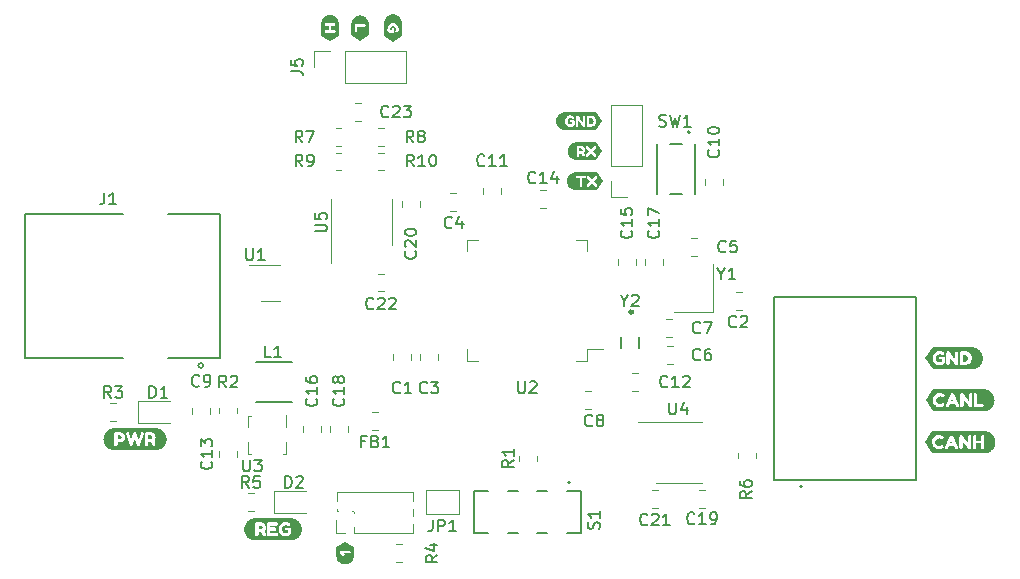
<source format=gbr>
%TF.GenerationSoftware,KiCad,Pcbnew,7.0.6-0*%
%TF.CreationDate,2023-10-10T09:43:15+11:00*%
%TF.ProjectId,CAN-Scope,43414e2d-5363-46f7-9065-2e6b69636164,rev?*%
%TF.SameCoordinates,Original*%
%TF.FileFunction,Legend,Top*%
%TF.FilePolarity,Positive*%
%FSLAX46Y46*%
G04 Gerber Fmt 4.6, Leading zero omitted, Abs format (unit mm)*
G04 Created by KiCad (PCBNEW 7.0.6-0) date 2023-10-10 09:43:15*
%MOMM*%
%LPD*%
G01*
G04 APERTURE LIST*
%ADD10C,0.150000*%
%ADD11C,0.120000*%
%ADD12C,0.200000*%
%ADD13C,0.127000*%
%ADD14C,0.300000*%
G04 APERTURE END LIST*
D10*
X189978819Y-51895333D02*
X190693104Y-51895333D01*
X190693104Y-51895333D02*
X190835961Y-51942952D01*
X190835961Y-51942952D02*
X190931200Y-52038190D01*
X190931200Y-52038190D02*
X190978819Y-52181047D01*
X190978819Y-52181047D02*
X190978819Y-52276285D01*
X189978819Y-50942952D02*
X189978819Y-51419142D01*
X189978819Y-51419142D02*
X190455009Y-51466761D01*
X190455009Y-51466761D02*
X190407390Y-51419142D01*
X190407390Y-51419142D02*
X190359771Y-51323904D01*
X190359771Y-51323904D02*
X190359771Y-51085809D01*
X190359771Y-51085809D02*
X190407390Y-50990571D01*
X190407390Y-50990571D02*
X190455009Y-50942952D01*
X190455009Y-50942952D02*
X190550247Y-50895333D01*
X190550247Y-50895333D02*
X190788342Y-50895333D01*
X190788342Y-50895333D02*
X190883580Y-50942952D01*
X190883580Y-50942952D02*
X190931200Y-50990571D01*
X190931200Y-50990571D02*
X190978819Y-51085809D01*
X190978819Y-51085809D02*
X190978819Y-51323904D01*
X190978819Y-51323904D02*
X190931200Y-51419142D01*
X190931200Y-51419142D02*
X190883580Y-51466761D01*
X188301333Y-76146819D02*
X187825143Y-76146819D01*
X187825143Y-76146819D02*
X187825143Y-75146819D01*
X189158476Y-76146819D02*
X188587048Y-76146819D01*
X188872762Y-76146819D02*
X188872762Y-75146819D01*
X188872762Y-75146819D02*
X188777524Y-75289676D01*
X188777524Y-75289676D02*
X188682286Y-75384914D01*
X188682286Y-75384914D02*
X188587048Y-75432533D01*
X174164467Y-62192498D02*
X174164467Y-62907211D01*
X174164467Y-62907211D02*
X174116820Y-63050153D01*
X174116820Y-63050153D02*
X174021525Y-63145449D01*
X174021525Y-63145449D02*
X173878582Y-63193096D01*
X173878582Y-63193096D02*
X173783287Y-63193096D01*
X175165065Y-63193096D02*
X174593295Y-63193096D01*
X174879180Y-63193096D02*
X174879180Y-62192498D01*
X174879180Y-62192498D02*
X174783885Y-62335441D01*
X174783885Y-62335441D02*
X174688590Y-62430736D01*
X174688590Y-62430736D02*
X174593295Y-62478383D01*
X218217809Y-71352628D02*
X218217809Y-71828819D01*
X217884476Y-70828819D02*
X218217809Y-71352628D01*
X218217809Y-71352628D02*
X218551142Y-70828819D01*
X218836857Y-70924057D02*
X218884476Y-70876438D01*
X218884476Y-70876438D02*
X218979714Y-70828819D01*
X218979714Y-70828819D02*
X219217809Y-70828819D01*
X219217809Y-70828819D02*
X219313047Y-70876438D01*
X219313047Y-70876438D02*
X219360666Y-70924057D01*
X219360666Y-70924057D02*
X219408285Y-71019295D01*
X219408285Y-71019295D02*
X219408285Y-71114533D01*
X219408285Y-71114533D02*
X219360666Y-71257390D01*
X219360666Y-71257390D02*
X218789238Y-71828819D01*
X218789238Y-71828819D02*
X219408285Y-71828819D01*
X226411809Y-69066628D02*
X226411809Y-69542819D01*
X226078476Y-68542819D02*
X226411809Y-69066628D01*
X226411809Y-69066628D02*
X226745142Y-68542819D01*
X227602285Y-69542819D02*
X227030857Y-69542819D01*
X227316571Y-69542819D02*
X227316571Y-68542819D01*
X227316571Y-68542819D02*
X227221333Y-68685676D01*
X227221333Y-68685676D02*
X227126095Y-68780914D01*
X227126095Y-68780914D02*
X227030857Y-68828533D01*
X192015819Y-65466904D02*
X192825342Y-65466904D01*
X192825342Y-65466904D02*
X192920580Y-65419285D01*
X192920580Y-65419285D02*
X192968200Y-65371666D01*
X192968200Y-65371666D02*
X193015819Y-65276428D01*
X193015819Y-65276428D02*
X193015819Y-65085952D01*
X193015819Y-65085952D02*
X192968200Y-64990714D01*
X192968200Y-64990714D02*
X192920580Y-64943095D01*
X192920580Y-64943095D02*
X192825342Y-64895476D01*
X192825342Y-64895476D02*
X192015819Y-64895476D01*
X192015819Y-63943095D02*
X192015819Y-64419285D01*
X192015819Y-64419285D02*
X192492009Y-64466904D01*
X192492009Y-64466904D02*
X192444390Y-64419285D01*
X192444390Y-64419285D02*
X192396771Y-64324047D01*
X192396771Y-64324047D02*
X192396771Y-64085952D01*
X192396771Y-64085952D02*
X192444390Y-63990714D01*
X192444390Y-63990714D02*
X192492009Y-63943095D01*
X192492009Y-63943095D02*
X192587247Y-63895476D01*
X192587247Y-63895476D02*
X192825342Y-63895476D01*
X192825342Y-63895476D02*
X192920580Y-63943095D01*
X192920580Y-63943095D02*
X192968200Y-63990714D01*
X192968200Y-63990714D02*
X193015819Y-64085952D01*
X193015819Y-64085952D02*
X193015819Y-64324047D01*
X193015819Y-64324047D02*
X192968200Y-64419285D01*
X192968200Y-64419285D02*
X192920580Y-64466904D01*
X221996095Y-79972819D02*
X221996095Y-80782342D01*
X221996095Y-80782342D02*
X222043714Y-80877580D01*
X222043714Y-80877580D02*
X222091333Y-80925200D01*
X222091333Y-80925200D02*
X222186571Y-80972819D01*
X222186571Y-80972819D02*
X222377047Y-80972819D01*
X222377047Y-80972819D02*
X222472285Y-80925200D01*
X222472285Y-80925200D02*
X222519904Y-80877580D01*
X222519904Y-80877580D02*
X222567523Y-80782342D01*
X222567523Y-80782342D02*
X222567523Y-79972819D01*
X223472285Y-80306152D02*
X223472285Y-80972819D01*
X223234190Y-79925200D02*
X222996095Y-80639485D01*
X222996095Y-80639485D02*
X223615142Y-80639485D01*
X185928095Y-84798819D02*
X185928095Y-85608342D01*
X185928095Y-85608342D02*
X185975714Y-85703580D01*
X185975714Y-85703580D02*
X186023333Y-85751200D01*
X186023333Y-85751200D02*
X186118571Y-85798819D01*
X186118571Y-85798819D02*
X186309047Y-85798819D01*
X186309047Y-85798819D02*
X186404285Y-85751200D01*
X186404285Y-85751200D02*
X186451904Y-85703580D01*
X186451904Y-85703580D02*
X186499523Y-85608342D01*
X186499523Y-85608342D02*
X186499523Y-84798819D01*
X186880476Y-84798819D02*
X187499523Y-84798819D01*
X187499523Y-84798819D02*
X187166190Y-85179771D01*
X187166190Y-85179771D02*
X187309047Y-85179771D01*
X187309047Y-85179771D02*
X187404285Y-85227390D01*
X187404285Y-85227390D02*
X187451904Y-85275009D01*
X187451904Y-85275009D02*
X187499523Y-85370247D01*
X187499523Y-85370247D02*
X187499523Y-85608342D01*
X187499523Y-85608342D02*
X187451904Y-85703580D01*
X187451904Y-85703580D02*
X187404285Y-85751200D01*
X187404285Y-85751200D02*
X187309047Y-85798819D01*
X187309047Y-85798819D02*
X187023333Y-85798819D01*
X187023333Y-85798819D02*
X186928095Y-85751200D01*
X186928095Y-85751200D02*
X186880476Y-85703580D01*
X209209095Y-78166819D02*
X209209095Y-78976342D01*
X209209095Y-78976342D02*
X209256714Y-79071580D01*
X209256714Y-79071580D02*
X209304333Y-79119200D01*
X209304333Y-79119200D02*
X209399571Y-79166819D01*
X209399571Y-79166819D02*
X209590047Y-79166819D01*
X209590047Y-79166819D02*
X209685285Y-79119200D01*
X209685285Y-79119200D02*
X209732904Y-79071580D01*
X209732904Y-79071580D02*
X209780523Y-78976342D01*
X209780523Y-78976342D02*
X209780523Y-78166819D01*
X210209095Y-78262057D02*
X210256714Y-78214438D01*
X210256714Y-78214438D02*
X210351952Y-78166819D01*
X210351952Y-78166819D02*
X210590047Y-78166819D01*
X210590047Y-78166819D02*
X210685285Y-78214438D01*
X210685285Y-78214438D02*
X210732904Y-78262057D01*
X210732904Y-78262057D02*
X210780523Y-78357295D01*
X210780523Y-78357295D02*
X210780523Y-78452533D01*
X210780523Y-78452533D02*
X210732904Y-78595390D01*
X210732904Y-78595390D02*
X210161476Y-79166819D01*
X210161476Y-79166819D02*
X210780523Y-79166819D01*
X186182095Y-66904819D02*
X186182095Y-67714342D01*
X186182095Y-67714342D02*
X186229714Y-67809580D01*
X186229714Y-67809580D02*
X186277333Y-67857200D01*
X186277333Y-67857200D02*
X186372571Y-67904819D01*
X186372571Y-67904819D02*
X186563047Y-67904819D01*
X186563047Y-67904819D02*
X186658285Y-67857200D01*
X186658285Y-67857200D02*
X186705904Y-67809580D01*
X186705904Y-67809580D02*
X186753523Y-67714342D01*
X186753523Y-67714342D02*
X186753523Y-66904819D01*
X187753523Y-67904819D02*
X187182095Y-67904819D01*
X187467809Y-67904819D02*
X187467809Y-66904819D01*
X187467809Y-66904819D02*
X187372571Y-67047676D01*
X187372571Y-67047676D02*
X187277333Y-67142914D01*
X187277333Y-67142914D02*
X187182095Y-67190533D01*
X221170667Y-56556200D02*
X221313524Y-56603819D01*
X221313524Y-56603819D02*
X221551619Y-56603819D01*
X221551619Y-56603819D02*
X221646857Y-56556200D01*
X221646857Y-56556200D02*
X221694476Y-56508580D01*
X221694476Y-56508580D02*
X221742095Y-56413342D01*
X221742095Y-56413342D02*
X221742095Y-56318104D01*
X221742095Y-56318104D02*
X221694476Y-56222866D01*
X221694476Y-56222866D02*
X221646857Y-56175247D01*
X221646857Y-56175247D02*
X221551619Y-56127628D01*
X221551619Y-56127628D02*
X221361143Y-56080009D01*
X221361143Y-56080009D02*
X221265905Y-56032390D01*
X221265905Y-56032390D02*
X221218286Y-55984771D01*
X221218286Y-55984771D02*
X221170667Y-55889533D01*
X221170667Y-55889533D02*
X221170667Y-55794295D01*
X221170667Y-55794295D02*
X221218286Y-55699057D01*
X221218286Y-55699057D02*
X221265905Y-55651438D01*
X221265905Y-55651438D02*
X221361143Y-55603819D01*
X221361143Y-55603819D02*
X221599238Y-55603819D01*
X221599238Y-55603819D02*
X221742095Y-55651438D01*
X222075429Y-55603819D02*
X222313524Y-56603819D01*
X222313524Y-56603819D02*
X222504000Y-55889533D01*
X222504000Y-55889533D02*
X222694476Y-56603819D01*
X222694476Y-56603819D02*
X222932572Y-55603819D01*
X223837333Y-56603819D02*
X223265905Y-56603819D01*
X223551619Y-56603819D02*
X223551619Y-55603819D01*
X223551619Y-55603819D02*
X223456381Y-55746676D01*
X223456381Y-55746676D02*
X223361143Y-55841914D01*
X223361143Y-55841914D02*
X223265905Y-55889533D01*
X216060200Y-90671404D02*
X216107819Y-90528547D01*
X216107819Y-90528547D02*
X216107819Y-90290452D01*
X216107819Y-90290452D02*
X216060200Y-90195214D01*
X216060200Y-90195214D02*
X216012580Y-90147595D01*
X216012580Y-90147595D02*
X215917342Y-90099976D01*
X215917342Y-90099976D02*
X215822104Y-90099976D01*
X215822104Y-90099976D02*
X215726866Y-90147595D01*
X215726866Y-90147595D02*
X215679247Y-90195214D01*
X215679247Y-90195214D02*
X215631628Y-90290452D01*
X215631628Y-90290452D02*
X215584009Y-90480928D01*
X215584009Y-90480928D02*
X215536390Y-90576166D01*
X215536390Y-90576166D02*
X215488771Y-90623785D01*
X215488771Y-90623785D02*
X215393533Y-90671404D01*
X215393533Y-90671404D02*
X215298295Y-90671404D01*
X215298295Y-90671404D02*
X215203057Y-90623785D01*
X215203057Y-90623785D02*
X215155438Y-90576166D01*
X215155438Y-90576166D02*
X215107819Y-90480928D01*
X215107819Y-90480928D02*
X215107819Y-90242833D01*
X215107819Y-90242833D02*
X215155438Y-90099976D01*
X216107819Y-89147595D02*
X216107819Y-89719023D01*
X216107819Y-89433309D02*
X215107819Y-89433309D01*
X215107819Y-89433309D02*
X215250676Y-89528547D01*
X215250676Y-89528547D02*
X215345914Y-89623785D01*
X215345914Y-89623785D02*
X215393533Y-89719023D01*
X200371142Y-59976819D02*
X200037809Y-59500628D01*
X199799714Y-59976819D02*
X199799714Y-58976819D01*
X199799714Y-58976819D02*
X200180666Y-58976819D01*
X200180666Y-58976819D02*
X200275904Y-59024438D01*
X200275904Y-59024438D02*
X200323523Y-59072057D01*
X200323523Y-59072057D02*
X200371142Y-59167295D01*
X200371142Y-59167295D02*
X200371142Y-59310152D01*
X200371142Y-59310152D02*
X200323523Y-59405390D01*
X200323523Y-59405390D02*
X200275904Y-59453009D01*
X200275904Y-59453009D02*
X200180666Y-59500628D01*
X200180666Y-59500628D02*
X199799714Y-59500628D01*
X201323523Y-59976819D02*
X200752095Y-59976819D01*
X201037809Y-59976819D02*
X201037809Y-58976819D01*
X201037809Y-58976819D02*
X200942571Y-59119676D01*
X200942571Y-59119676D02*
X200847333Y-59214914D01*
X200847333Y-59214914D02*
X200752095Y-59262533D01*
X201942571Y-58976819D02*
X202037809Y-58976819D01*
X202037809Y-58976819D02*
X202133047Y-59024438D01*
X202133047Y-59024438D02*
X202180666Y-59072057D01*
X202180666Y-59072057D02*
X202228285Y-59167295D01*
X202228285Y-59167295D02*
X202275904Y-59357771D01*
X202275904Y-59357771D02*
X202275904Y-59595866D01*
X202275904Y-59595866D02*
X202228285Y-59786342D01*
X202228285Y-59786342D02*
X202180666Y-59881580D01*
X202180666Y-59881580D02*
X202133047Y-59929200D01*
X202133047Y-59929200D02*
X202037809Y-59976819D01*
X202037809Y-59976819D02*
X201942571Y-59976819D01*
X201942571Y-59976819D02*
X201847333Y-59929200D01*
X201847333Y-59929200D02*
X201799714Y-59881580D01*
X201799714Y-59881580D02*
X201752095Y-59786342D01*
X201752095Y-59786342D02*
X201704476Y-59595866D01*
X201704476Y-59595866D02*
X201704476Y-59357771D01*
X201704476Y-59357771D02*
X201752095Y-59167295D01*
X201752095Y-59167295D02*
X201799714Y-59072057D01*
X201799714Y-59072057D02*
X201847333Y-59024438D01*
X201847333Y-59024438D02*
X201942571Y-58976819D01*
X190941333Y-59976819D02*
X190608000Y-59500628D01*
X190369905Y-59976819D02*
X190369905Y-58976819D01*
X190369905Y-58976819D02*
X190750857Y-58976819D01*
X190750857Y-58976819D02*
X190846095Y-59024438D01*
X190846095Y-59024438D02*
X190893714Y-59072057D01*
X190893714Y-59072057D02*
X190941333Y-59167295D01*
X190941333Y-59167295D02*
X190941333Y-59310152D01*
X190941333Y-59310152D02*
X190893714Y-59405390D01*
X190893714Y-59405390D02*
X190846095Y-59453009D01*
X190846095Y-59453009D02*
X190750857Y-59500628D01*
X190750857Y-59500628D02*
X190369905Y-59500628D01*
X191417524Y-59976819D02*
X191608000Y-59976819D01*
X191608000Y-59976819D02*
X191703238Y-59929200D01*
X191703238Y-59929200D02*
X191750857Y-59881580D01*
X191750857Y-59881580D02*
X191846095Y-59738723D01*
X191846095Y-59738723D02*
X191893714Y-59548247D01*
X191893714Y-59548247D02*
X191893714Y-59167295D01*
X191893714Y-59167295D02*
X191846095Y-59072057D01*
X191846095Y-59072057D02*
X191798476Y-59024438D01*
X191798476Y-59024438D02*
X191703238Y-58976819D01*
X191703238Y-58976819D02*
X191512762Y-58976819D01*
X191512762Y-58976819D02*
X191417524Y-59024438D01*
X191417524Y-59024438D02*
X191369905Y-59072057D01*
X191369905Y-59072057D02*
X191322286Y-59167295D01*
X191322286Y-59167295D02*
X191322286Y-59405390D01*
X191322286Y-59405390D02*
X191369905Y-59500628D01*
X191369905Y-59500628D02*
X191417524Y-59548247D01*
X191417524Y-59548247D02*
X191512762Y-59595866D01*
X191512762Y-59595866D02*
X191703238Y-59595866D01*
X191703238Y-59595866D02*
X191798476Y-59548247D01*
X191798476Y-59548247D02*
X191846095Y-59500628D01*
X191846095Y-59500628D02*
X191893714Y-59405390D01*
X200339333Y-57944819D02*
X200006000Y-57468628D01*
X199767905Y-57944819D02*
X199767905Y-56944819D01*
X199767905Y-56944819D02*
X200148857Y-56944819D01*
X200148857Y-56944819D02*
X200244095Y-56992438D01*
X200244095Y-56992438D02*
X200291714Y-57040057D01*
X200291714Y-57040057D02*
X200339333Y-57135295D01*
X200339333Y-57135295D02*
X200339333Y-57278152D01*
X200339333Y-57278152D02*
X200291714Y-57373390D01*
X200291714Y-57373390D02*
X200244095Y-57421009D01*
X200244095Y-57421009D02*
X200148857Y-57468628D01*
X200148857Y-57468628D02*
X199767905Y-57468628D01*
X200910762Y-57373390D02*
X200815524Y-57325771D01*
X200815524Y-57325771D02*
X200767905Y-57278152D01*
X200767905Y-57278152D02*
X200720286Y-57182914D01*
X200720286Y-57182914D02*
X200720286Y-57135295D01*
X200720286Y-57135295D02*
X200767905Y-57040057D01*
X200767905Y-57040057D02*
X200815524Y-56992438D01*
X200815524Y-56992438D02*
X200910762Y-56944819D01*
X200910762Y-56944819D02*
X201101238Y-56944819D01*
X201101238Y-56944819D02*
X201196476Y-56992438D01*
X201196476Y-56992438D02*
X201244095Y-57040057D01*
X201244095Y-57040057D02*
X201291714Y-57135295D01*
X201291714Y-57135295D02*
X201291714Y-57182914D01*
X201291714Y-57182914D02*
X201244095Y-57278152D01*
X201244095Y-57278152D02*
X201196476Y-57325771D01*
X201196476Y-57325771D02*
X201101238Y-57373390D01*
X201101238Y-57373390D02*
X200910762Y-57373390D01*
X200910762Y-57373390D02*
X200815524Y-57421009D01*
X200815524Y-57421009D02*
X200767905Y-57468628D01*
X200767905Y-57468628D02*
X200720286Y-57563866D01*
X200720286Y-57563866D02*
X200720286Y-57754342D01*
X200720286Y-57754342D02*
X200767905Y-57849580D01*
X200767905Y-57849580D02*
X200815524Y-57897200D01*
X200815524Y-57897200D02*
X200910762Y-57944819D01*
X200910762Y-57944819D02*
X201101238Y-57944819D01*
X201101238Y-57944819D02*
X201196476Y-57897200D01*
X201196476Y-57897200D02*
X201244095Y-57849580D01*
X201244095Y-57849580D02*
X201291714Y-57754342D01*
X201291714Y-57754342D02*
X201291714Y-57563866D01*
X201291714Y-57563866D02*
X201244095Y-57468628D01*
X201244095Y-57468628D02*
X201196476Y-57421009D01*
X201196476Y-57421009D02*
X201101238Y-57373390D01*
X190941333Y-57944819D02*
X190608000Y-57468628D01*
X190369905Y-57944819D02*
X190369905Y-56944819D01*
X190369905Y-56944819D02*
X190750857Y-56944819D01*
X190750857Y-56944819D02*
X190846095Y-56992438D01*
X190846095Y-56992438D02*
X190893714Y-57040057D01*
X190893714Y-57040057D02*
X190941333Y-57135295D01*
X190941333Y-57135295D02*
X190941333Y-57278152D01*
X190941333Y-57278152D02*
X190893714Y-57373390D01*
X190893714Y-57373390D02*
X190846095Y-57421009D01*
X190846095Y-57421009D02*
X190750857Y-57468628D01*
X190750857Y-57468628D02*
X190369905Y-57468628D01*
X191274667Y-56944819D02*
X191941333Y-56944819D01*
X191941333Y-56944819D02*
X191512762Y-57944819D01*
X228984819Y-87484166D02*
X228508628Y-87817499D01*
X228984819Y-88055594D02*
X227984819Y-88055594D01*
X227984819Y-88055594D02*
X227984819Y-87674642D01*
X227984819Y-87674642D02*
X228032438Y-87579404D01*
X228032438Y-87579404D02*
X228080057Y-87531785D01*
X228080057Y-87531785D02*
X228175295Y-87484166D01*
X228175295Y-87484166D02*
X228318152Y-87484166D01*
X228318152Y-87484166D02*
X228413390Y-87531785D01*
X228413390Y-87531785D02*
X228461009Y-87579404D01*
X228461009Y-87579404D02*
X228508628Y-87674642D01*
X228508628Y-87674642D02*
X228508628Y-88055594D01*
X227984819Y-86627023D02*
X227984819Y-86817499D01*
X227984819Y-86817499D02*
X228032438Y-86912737D01*
X228032438Y-86912737D02*
X228080057Y-86960356D01*
X228080057Y-86960356D02*
X228222914Y-87055594D01*
X228222914Y-87055594D02*
X228413390Y-87103213D01*
X228413390Y-87103213D02*
X228794342Y-87103213D01*
X228794342Y-87103213D02*
X228889580Y-87055594D01*
X228889580Y-87055594D02*
X228937200Y-87007975D01*
X228937200Y-87007975D02*
X228984819Y-86912737D01*
X228984819Y-86912737D02*
X228984819Y-86722261D01*
X228984819Y-86722261D02*
X228937200Y-86627023D01*
X228937200Y-86627023D02*
X228889580Y-86579404D01*
X228889580Y-86579404D02*
X228794342Y-86531785D01*
X228794342Y-86531785D02*
X228556247Y-86531785D01*
X228556247Y-86531785D02*
X228461009Y-86579404D01*
X228461009Y-86579404D02*
X228413390Y-86627023D01*
X228413390Y-86627023D02*
X228365771Y-86722261D01*
X228365771Y-86722261D02*
X228365771Y-86912737D01*
X228365771Y-86912737D02*
X228413390Y-87007975D01*
X228413390Y-87007975D02*
X228461009Y-87055594D01*
X228461009Y-87055594D02*
X228556247Y-87103213D01*
X186419833Y-87196819D02*
X186086500Y-86720628D01*
X185848405Y-87196819D02*
X185848405Y-86196819D01*
X185848405Y-86196819D02*
X186229357Y-86196819D01*
X186229357Y-86196819D02*
X186324595Y-86244438D01*
X186324595Y-86244438D02*
X186372214Y-86292057D01*
X186372214Y-86292057D02*
X186419833Y-86387295D01*
X186419833Y-86387295D02*
X186419833Y-86530152D01*
X186419833Y-86530152D02*
X186372214Y-86625390D01*
X186372214Y-86625390D02*
X186324595Y-86673009D01*
X186324595Y-86673009D02*
X186229357Y-86720628D01*
X186229357Y-86720628D02*
X185848405Y-86720628D01*
X187324595Y-86196819D02*
X186848405Y-86196819D01*
X186848405Y-86196819D02*
X186800786Y-86673009D01*
X186800786Y-86673009D02*
X186848405Y-86625390D01*
X186848405Y-86625390D02*
X186943643Y-86577771D01*
X186943643Y-86577771D02*
X187181738Y-86577771D01*
X187181738Y-86577771D02*
X187276976Y-86625390D01*
X187276976Y-86625390D02*
X187324595Y-86673009D01*
X187324595Y-86673009D02*
X187372214Y-86768247D01*
X187372214Y-86768247D02*
X187372214Y-87006342D01*
X187372214Y-87006342D02*
X187324595Y-87101580D01*
X187324595Y-87101580D02*
X187276976Y-87149200D01*
X187276976Y-87149200D02*
X187181738Y-87196819D01*
X187181738Y-87196819D02*
X186943643Y-87196819D01*
X186943643Y-87196819D02*
X186848405Y-87149200D01*
X186848405Y-87149200D02*
X186800786Y-87101580D01*
X202384819Y-92876666D02*
X201908628Y-93209999D01*
X202384819Y-93448094D02*
X201384819Y-93448094D01*
X201384819Y-93448094D02*
X201384819Y-93067142D01*
X201384819Y-93067142D02*
X201432438Y-92971904D01*
X201432438Y-92971904D02*
X201480057Y-92924285D01*
X201480057Y-92924285D02*
X201575295Y-92876666D01*
X201575295Y-92876666D02*
X201718152Y-92876666D01*
X201718152Y-92876666D02*
X201813390Y-92924285D01*
X201813390Y-92924285D02*
X201861009Y-92971904D01*
X201861009Y-92971904D02*
X201908628Y-93067142D01*
X201908628Y-93067142D02*
X201908628Y-93448094D01*
X201718152Y-92019523D02*
X202384819Y-92019523D01*
X201337200Y-92257618D02*
X202051485Y-92495713D01*
X202051485Y-92495713D02*
X202051485Y-91876666D01*
X174760833Y-79576819D02*
X174427500Y-79100628D01*
X174189405Y-79576819D02*
X174189405Y-78576819D01*
X174189405Y-78576819D02*
X174570357Y-78576819D01*
X174570357Y-78576819D02*
X174665595Y-78624438D01*
X174665595Y-78624438D02*
X174713214Y-78672057D01*
X174713214Y-78672057D02*
X174760833Y-78767295D01*
X174760833Y-78767295D02*
X174760833Y-78910152D01*
X174760833Y-78910152D02*
X174713214Y-79005390D01*
X174713214Y-79005390D02*
X174665595Y-79053009D01*
X174665595Y-79053009D02*
X174570357Y-79100628D01*
X174570357Y-79100628D02*
X174189405Y-79100628D01*
X175094167Y-78576819D02*
X175713214Y-78576819D01*
X175713214Y-78576819D02*
X175379881Y-78957771D01*
X175379881Y-78957771D02*
X175522738Y-78957771D01*
X175522738Y-78957771D02*
X175617976Y-79005390D01*
X175617976Y-79005390D02*
X175665595Y-79053009D01*
X175665595Y-79053009D02*
X175713214Y-79148247D01*
X175713214Y-79148247D02*
X175713214Y-79386342D01*
X175713214Y-79386342D02*
X175665595Y-79481580D01*
X175665595Y-79481580D02*
X175617976Y-79529200D01*
X175617976Y-79529200D02*
X175522738Y-79576819D01*
X175522738Y-79576819D02*
X175237024Y-79576819D01*
X175237024Y-79576819D02*
X175141786Y-79529200D01*
X175141786Y-79529200D02*
X175094167Y-79481580D01*
X184491333Y-78686819D02*
X184158000Y-78210628D01*
X183919905Y-78686819D02*
X183919905Y-77686819D01*
X183919905Y-77686819D02*
X184300857Y-77686819D01*
X184300857Y-77686819D02*
X184396095Y-77734438D01*
X184396095Y-77734438D02*
X184443714Y-77782057D01*
X184443714Y-77782057D02*
X184491333Y-77877295D01*
X184491333Y-77877295D02*
X184491333Y-78020152D01*
X184491333Y-78020152D02*
X184443714Y-78115390D01*
X184443714Y-78115390D02*
X184396095Y-78163009D01*
X184396095Y-78163009D02*
X184300857Y-78210628D01*
X184300857Y-78210628D02*
X183919905Y-78210628D01*
X184872286Y-77782057D02*
X184919905Y-77734438D01*
X184919905Y-77734438D02*
X185015143Y-77686819D01*
X185015143Y-77686819D02*
X185253238Y-77686819D01*
X185253238Y-77686819D02*
X185348476Y-77734438D01*
X185348476Y-77734438D02*
X185396095Y-77782057D01*
X185396095Y-77782057D02*
X185443714Y-77877295D01*
X185443714Y-77877295D02*
X185443714Y-77972533D01*
X185443714Y-77972533D02*
X185396095Y-78115390D01*
X185396095Y-78115390D02*
X184824667Y-78686819D01*
X184824667Y-78686819D02*
X185443714Y-78686819D01*
X208862819Y-84852166D02*
X208386628Y-85185499D01*
X208862819Y-85423594D02*
X207862819Y-85423594D01*
X207862819Y-85423594D02*
X207862819Y-85042642D01*
X207862819Y-85042642D02*
X207910438Y-84947404D01*
X207910438Y-84947404D02*
X207958057Y-84899785D01*
X207958057Y-84899785D02*
X208053295Y-84852166D01*
X208053295Y-84852166D02*
X208196152Y-84852166D01*
X208196152Y-84852166D02*
X208291390Y-84899785D01*
X208291390Y-84899785D02*
X208339009Y-84947404D01*
X208339009Y-84947404D02*
X208386628Y-85042642D01*
X208386628Y-85042642D02*
X208386628Y-85423594D01*
X208862819Y-83899785D02*
X208862819Y-84471213D01*
X208862819Y-84185499D02*
X207862819Y-84185499D01*
X207862819Y-84185499D02*
X208005676Y-84280737D01*
X208005676Y-84280737D02*
X208100914Y-84375975D01*
X208100914Y-84375975D02*
X208148533Y-84471213D01*
X201970666Y-89878819D02*
X201970666Y-90593104D01*
X201970666Y-90593104D02*
X201923047Y-90735961D01*
X201923047Y-90735961D02*
X201827809Y-90831200D01*
X201827809Y-90831200D02*
X201684952Y-90878819D01*
X201684952Y-90878819D02*
X201589714Y-90878819D01*
X202446857Y-90878819D02*
X202446857Y-89878819D01*
X202446857Y-89878819D02*
X202827809Y-89878819D01*
X202827809Y-89878819D02*
X202923047Y-89926438D01*
X202923047Y-89926438D02*
X202970666Y-89974057D01*
X202970666Y-89974057D02*
X203018285Y-90069295D01*
X203018285Y-90069295D02*
X203018285Y-90212152D01*
X203018285Y-90212152D02*
X202970666Y-90307390D01*
X202970666Y-90307390D02*
X202923047Y-90355009D01*
X202923047Y-90355009D02*
X202827809Y-90402628D01*
X202827809Y-90402628D02*
X202446857Y-90402628D01*
X203970666Y-90878819D02*
X203399238Y-90878819D01*
X203684952Y-90878819D02*
X203684952Y-89878819D01*
X203684952Y-89878819D02*
X203589714Y-90021676D01*
X203589714Y-90021676D02*
X203494476Y-90116914D01*
X203494476Y-90116914D02*
X203399238Y-90164533D01*
X196270666Y-83243009D02*
X195937333Y-83243009D01*
X195937333Y-83766819D02*
X195937333Y-82766819D01*
X195937333Y-82766819D02*
X196413523Y-82766819D01*
X197127809Y-83243009D02*
X197270666Y-83290628D01*
X197270666Y-83290628D02*
X197318285Y-83338247D01*
X197318285Y-83338247D02*
X197365904Y-83433485D01*
X197365904Y-83433485D02*
X197365904Y-83576342D01*
X197365904Y-83576342D02*
X197318285Y-83671580D01*
X197318285Y-83671580D02*
X197270666Y-83719200D01*
X197270666Y-83719200D02*
X197175428Y-83766819D01*
X197175428Y-83766819D02*
X196794476Y-83766819D01*
X196794476Y-83766819D02*
X196794476Y-82766819D01*
X196794476Y-82766819D02*
X197127809Y-82766819D01*
X197127809Y-82766819D02*
X197223047Y-82814438D01*
X197223047Y-82814438D02*
X197270666Y-82862057D01*
X197270666Y-82862057D02*
X197318285Y-82957295D01*
X197318285Y-82957295D02*
X197318285Y-83052533D01*
X197318285Y-83052533D02*
X197270666Y-83147771D01*
X197270666Y-83147771D02*
X197223047Y-83195390D01*
X197223047Y-83195390D02*
X197127809Y-83243009D01*
X197127809Y-83243009D02*
X196794476Y-83243009D01*
X198318285Y-83766819D02*
X197746857Y-83766819D01*
X198032571Y-83766819D02*
X198032571Y-82766819D01*
X198032571Y-82766819D02*
X197937333Y-82909676D01*
X197937333Y-82909676D02*
X197842095Y-83004914D01*
X197842095Y-83004914D02*
X197746857Y-83052533D01*
X189482905Y-87196819D02*
X189482905Y-86196819D01*
X189482905Y-86196819D02*
X189721000Y-86196819D01*
X189721000Y-86196819D02*
X189863857Y-86244438D01*
X189863857Y-86244438D02*
X189959095Y-86339676D01*
X189959095Y-86339676D02*
X190006714Y-86434914D01*
X190006714Y-86434914D02*
X190054333Y-86625390D01*
X190054333Y-86625390D02*
X190054333Y-86768247D01*
X190054333Y-86768247D02*
X190006714Y-86958723D01*
X190006714Y-86958723D02*
X189959095Y-87053961D01*
X189959095Y-87053961D02*
X189863857Y-87149200D01*
X189863857Y-87149200D02*
X189721000Y-87196819D01*
X189721000Y-87196819D02*
X189482905Y-87196819D01*
X190435286Y-86292057D02*
X190482905Y-86244438D01*
X190482905Y-86244438D02*
X190578143Y-86196819D01*
X190578143Y-86196819D02*
X190816238Y-86196819D01*
X190816238Y-86196819D02*
X190911476Y-86244438D01*
X190911476Y-86244438D02*
X190959095Y-86292057D01*
X190959095Y-86292057D02*
X191006714Y-86387295D01*
X191006714Y-86387295D02*
X191006714Y-86482533D01*
X191006714Y-86482533D02*
X190959095Y-86625390D01*
X190959095Y-86625390D02*
X190387667Y-87196819D01*
X190387667Y-87196819D02*
X191006714Y-87196819D01*
X177999405Y-79576819D02*
X177999405Y-78576819D01*
X177999405Y-78576819D02*
X178237500Y-78576819D01*
X178237500Y-78576819D02*
X178380357Y-78624438D01*
X178380357Y-78624438D02*
X178475595Y-78719676D01*
X178475595Y-78719676D02*
X178523214Y-78814914D01*
X178523214Y-78814914D02*
X178570833Y-79005390D01*
X178570833Y-79005390D02*
X178570833Y-79148247D01*
X178570833Y-79148247D02*
X178523214Y-79338723D01*
X178523214Y-79338723D02*
X178475595Y-79433961D01*
X178475595Y-79433961D02*
X178380357Y-79529200D01*
X178380357Y-79529200D02*
X178237500Y-79576819D01*
X178237500Y-79576819D02*
X177999405Y-79576819D01*
X179523214Y-79576819D02*
X178951786Y-79576819D01*
X179237500Y-79576819D02*
X179237500Y-78576819D01*
X179237500Y-78576819D02*
X179142262Y-78719676D01*
X179142262Y-78719676D02*
X179047024Y-78814914D01*
X179047024Y-78814914D02*
X178951786Y-78862533D01*
X198239142Y-55731580D02*
X198191523Y-55779200D01*
X198191523Y-55779200D02*
X198048666Y-55826819D01*
X198048666Y-55826819D02*
X197953428Y-55826819D01*
X197953428Y-55826819D02*
X197810571Y-55779200D01*
X197810571Y-55779200D02*
X197715333Y-55683961D01*
X197715333Y-55683961D02*
X197667714Y-55588723D01*
X197667714Y-55588723D02*
X197620095Y-55398247D01*
X197620095Y-55398247D02*
X197620095Y-55255390D01*
X197620095Y-55255390D02*
X197667714Y-55064914D01*
X197667714Y-55064914D02*
X197715333Y-54969676D01*
X197715333Y-54969676D02*
X197810571Y-54874438D01*
X197810571Y-54874438D02*
X197953428Y-54826819D01*
X197953428Y-54826819D02*
X198048666Y-54826819D01*
X198048666Y-54826819D02*
X198191523Y-54874438D01*
X198191523Y-54874438D02*
X198239142Y-54922057D01*
X198620095Y-54922057D02*
X198667714Y-54874438D01*
X198667714Y-54874438D02*
X198762952Y-54826819D01*
X198762952Y-54826819D02*
X199001047Y-54826819D01*
X199001047Y-54826819D02*
X199096285Y-54874438D01*
X199096285Y-54874438D02*
X199143904Y-54922057D01*
X199143904Y-54922057D02*
X199191523Y-55017295D01*
X199191523Y-55017295D02*
X199191523Y-55112533D01*
X199191523Y-55112533D02*
X199143904Y-55255390D01*
X199143904Y-55255390D02*
X198572476Y-55826819D01*
X198572476Y-55826819D02*
X199191523Y-55826819D01*
X199524857Y-54826819D02*
X200143904Y-54826819D01*
X200143904Y-54826819D02*
X199810571Y-55207771D01*
X199810571Y-55207771D02*
X199953428Y-55207771D01*
X199953428Y-55207771D02*
X200048666Y-55255390D01*
X200048666Y-55255390D02*
X200096285Y-55303009D01*
X200096285Y-55303009D02*
X200143904Y-55398247D01*
X200143904Y-55398247D02*
X200143904Y-55636342D01*
X200143904Y-55636342D02*
X200096285Y-55731580D01*
X200096285Y-55731580D02*
X200048666Y-55779200D01*
X200048666Y-55779200D02*
X199953428Y-55826819D01*
X199953428Y-55826819D02*
X199667714Y-55826819D01*
X199667714Y-55826819D02*
X199572476Y-55779200D01*
X199572476Y-55779200D02*
X199524857Y-55731580D01*
X196969142Y-71987580D02*
X196921523Y-72035200D01*
X196921523Y-72035200D02*
X196778666Y-72082819D01*
X196778666Y-72082819D02*
X196683428Y-72082819D01*
X196683428Y-72082819D02*
X196540571Y-72035200D01*
X196540571Y-72035200D02*
X196445333Y-71939961D01*
X196445333Y-71939961D02*
X196397714Y-71844723D01*
X196397714Y-71844723D02*
X196350095Y-71654247D01*
X196350095Y-71654247D02*
X196350095Y-71511390D01*
X196350095Y-71511390D02*
X196397714Y-71320914D01*
X196397714Y-71320914D02*
X196445333Y-71225676D01*
X196445333Y-71225676D02*
X196540571Y-71130438D01*
X196540571Y-71130438D02*
X196683428Y-71082819D01*
X196683428Y-71082819D02*
X196778666Y-71082819D01*
X196778666Y-71082819D02*
X196921523Y-71130438D01*
X196921523Y-71130438D02*
X196969142Y-71178057D01*
X197350095Y-71178057D02*
X197397714Y-71130438D01*
X197397714Y-71130438D02*
X197492952Y-71082819D01*
X197492952Y-71082819D02*
X197731047Y-71082819D01*
X197731047Y-71082819D02*
X197826285Y-71130438D01*
X197826285Y-71130438D02*
X197873904Y-71178057D01*
X197873904Y-71178057D02*
X197921523Y-71273295D01*
X197921523Y-71273295D02*
X197921523Y-71368533D01*
X197921523Y-71368533D02*
X197873904Y-71511390D01*
X197873904Y-71511390D02*
X197302476Y-72082819D01*
X197302476Y-72082819D02*
X197921523Y-72082819D01*
X198302476Y-71178057D02*
X198350095Y-71130438D01*
X198350095Y-71130438D02*
X198445333Y-71082819D01*
X198445333Y-71082819D02*
X198683428Y-71082819D01*
X198683428Y-71082819D02*
X198778666Y-71130438D01*
X198778666Y-71130438D02*
X198826285Y-71178057D01*
X198826285Y-71178057D02*
X198873904Y-71273295D01*
X198873904Y-71273295D02*
X198873904Y-71368533D01*
X198873904Y-71368533D02*
X198826285Y-71511390D01*
X198826285Y-71511390D02*
X198254857Y-72082819D01*
X198254857Y-72082819D02*
X198873904Y-72082819D01*
X220149142Y-90275580D02*
X220101523Y-90323200D01*
X220101523Y-90323200D02*
X219958666Y-90370819D01*
X219958666Y-90370819D02*
X219863428Y-90370819D01*
X219863428Y-90370819D02*
X219720571Y-90323200D01*
X219720571Y-90323200D02*
X219625333Y-90227961D01*
X219625333Y-90227961D02*
X219577714Y-90132723D01*
X219577714Y-90132723D02*
X219530095Y-89942247D01*
X219530095Y-89942247D02*
X219530095Y-89799390D01*
X219530095Y-89799390D02*
X219577714Y-89608914D01*
X219577714Y-89608914D02*
X219625333Y-89513676D01*
X219625333Y-89513676D02*
X219720571Y-89418438D01*
X219720571Y-89418438D02*
X219863428Y-89370819D01*
X219863428Y-89370819D02*
X219958666Y-89370819D01*
X219958666Y-89370819D02*
X220101523Y-89418438D01*
X220101523Y-89418438D02*
X220149142Y-89466057D01*
X220530095Y-89466057D02*
X220577714Y-89418438D01*
X220577714Y-89418438D02*
X220672952Y-89370819D01*
X220672952Y-89370819D02*
X220911047Y-89370819D01*
X220911047Y-89370819D02*
X221006285Y-89418438D01*
X221006285Y-89418438D02*
X221053904Y-89466057D01*
X221053904Y-89466057D02*
X221101523Y-89561295D01*
X221101523Y-89561295D02*
X221101523Y-89656533D01*
X221101523Y-89656533D02*
X221053904Y-89799390D01*
X221053904Y-89799390D02*
X220482476Y-90370819D01*
X220482476Y-90370819D02*
X221101523Y-90370819D01*
X222053904Y-90370819D02*
X221482476Y-90370819D01*
X221768190Y-90370819D02*
X221768190Y-89370819D01*
X221768190Y-89370819D02*
X221672952Y-89513676D01*
X221672952Y-89513676D02*
X221577714Y-89608914D01*
X221577714Y-89608914D02*
X221482476Y-89656533D01*
X200511580Y-67162857D02*
X200559200Y-67210476D01*
X200559200Y-67210476D02*
X200606819Y-67353333D01*
X200606819Y-67353333D02*
X200606819Y-67448571D01*
X200606819Y-67448571D02*
X200559200Y-67591428D01*
X200559200Y-67591428D02*
X200463961Y-67686666D01*
X200463961Y-67686666D02*
X200368723Y-67734285D01*
X200368723Y-67734285D02*
X200178247Y-67781904D01*
X200178247Y-67781904D02*
X200035390Y-67781904D01*
X200035390Y-67781904D02*
X199844914Y-67734285D01*
X199844914Y-67734285D02*
X199749676Y-67686666D01*
X199749676Y-67686666D02*
X199654438Y-67591428D01*
X199654438Y-67591428D02*
X199606819Y-67448571D01*
X199606819Y-67448571D02*
X199606819Y-67353333D01*
X199606819Y-67353333D02*
X199654438Y-67210476D01*
X199654438Y-67210476D02*
X199702057Y-67162857D01*
X199702057Y-66781904D02*
X199654438Y-66734285D01*
X199654438Y-66734285D02*
X199606819Y-66639047D01*
X199606819Y-66639047D02*
X199606819Y-66400952D01*
X199606819Y-66400952D02*
X199654438Y-66305714D01*
X199654438Y-66305714D02*
X199702057Y-66258095D01*
X199702057Y-66258095D02*
X199797295Y-66210476D01*
X199797295Y-66210476D02*
X199892533Y-66210476D01*
X199892533Y-66210476D02*
X200035390Y-66258095D01*
X200035390Y-66258095D02*
X200606819Y-66829523D01*
X200606819Y-66829523D02*
X200606819Y-66210476D01*
X199606819Y-65591428D02*
X199606819Y-65496190D01*
X199606819Y-65496190D02*
X199654438Y-65400952D01*
X199654438Y-65400952D02*
X199702057Y-65353333D01*
X199702057Y-65353333D02*
X199797295Y-65305714D01*
X199797295Y-65305714D02*
X199987771Y-65258095D01*
X199987771Y-65258095D02*
X200225866Y-65258095D01*
X200225866Y-65258095D02*
X200416342Y-65305714D01*
X200416342Y-65305714D02*
X200511580Y-65353333D01*
X200511580Y-65353333D02*
X200559200Y-65400952D01*
X200559200Y-65400952D02*
X200606819Y-65496190D01*
X200606819Y-65496190D02*
X200606819Y-65591428D01*
X200606819Y-65591428D02*
X200559200Y-65686666D01*
X200559200Y-65686666D02*
X200511580Y-65734285D01*
X200511580Y-65734285D02*
X200416342Y-65781904D01*
X200416342Y-65781904D02*
X200225866Y-65829523D01*
X200225866Y-65829523D02*
X199987771Y-65829523D01*
X199987771Y-65829523D02*
X199797295Y-65781904D01*
X199797295Y-65781904D02*
X199702057Y-65734285D01*
X199702057Y-65734285D02*
X199654438Y-65686666D01*
X199654438Y-65686666D02*
X199606819Y-65591428D01*
X224147142Y-90177580D02*
X224099523Y-90225200D01*
X224099523Y-90225200D02*
X223956666Y-90272819D01*
X223956666Y-90272819D02*
X223861428Y-90272819D01*
X223861428Y-90272819D02*
X223718571Y-90225200D01*
X223718571Y-90225200D02*
X223623333Y-90129961D01*
X223623333Y-90129961D02*
X223575714Y-90034723D01*
X223575714Y-90034723D02*
X223528095Y-89844247D01*
X223528095Y-89844247D02*
X223528095Y-89701390D01*
X223528095Y-89701390D02*
X223575714Y-89510914D01*
X223575714Y-89510914D02*
X223623333Y-89415676D01*
X223623333Y-89415676D02*
X223718571Y-89320438D01*
X223718571Y-89320438D02*
X223861428Y-89272819D01*
X223861428Y-89272819D02*
X223956666Y-89272819D01*
X223956666Y-89272819D02*
X224099523Y-89320438D01*
X224099523Y-89320438D02*
X224147142Y-89368057D01*
X225099523Y-90272819D02*
X224528095Y-90272819D01*
X224813809Y-90272819D02*
X224813809Y-89272819D01*
X224813809Y-89272819D02*
X224718571Y-89415676D01*
X224718571Y-89415676D02*
X224623333Y-89510914D01*
X224623333Y-89510914D02*
X224528095Y-89558533D01*
X225575714Y-90272819D02*
X225766190Y-90272819D01*
X225766190Y-90272819D02*
X225861428Y-90225200D01*
X225861428Y-90225200D02*
X225909047Y-90177580D01*
X225909047Y-90177580D02*
X226004285Y-90034723D01*
X226004285Y-90034723D02*
X226051904Y-89844247D01*
X226051904Y-89844247D02*
X226051904Y-89463295D01*
X226051904Y-89463295D02*
X226004285Y-89368057D01*
X226004285Y-89368057D02*
X225956666Y-89320438D01*
X225956666Y-89320438D02*
X225861428Y-89272819D01*
X225861428Y-89272819D02*
X225670952Y-89272819D01*
X225670952Y-89272819D02*
X225575714Y-89320438D01*
X225575714Y-89320438D02*
X225528095Y-89368057D01*
X225528095Y-89368057D02*
X225480476Y-89463295D01*
X225480476Y-89463295D02*
X225480476Y-89701390D01*
X225480476Y-89701390D02*
X225528095Y-89796628D01*
X225528095Y-89796628D02*
X225575714Y-89844247D01*
X225575714Y-89844247D02*
X225670952Y-89891866D01*
X225670952Y-89891866D02*
X225861428Y-89891866D01*
X225861428Y-89891866D02*
X225956666Y-89844247D01*
X225956666Y-89844247D02*
X226004285Y-89796628D01*
X226004285Y-89796628D02*
X226051904Y-89701390D01*
X194415580Y-79636857D02*
X194463200Y-79684476D01*
X194463200Y-79684476D02*
X194510819Y-79827333D01*
X194510819Y-79827333D02*
X194510819Y-79922571D01*
X194510819Y-79922571D02*
X194463200Y-80065428D01*
X194463200Y-80065428D02*
X194367961Y-80160666D01*
X194367961Y-80160666D02*
X194272723Y-80208285D01*
X194272723Y-80208285D02*
X194082247Y-80255904D01*
X194082247Y-80255904D02*
X193939390Y-80255904D01*
X193939390Y-80255904D02*
X193748914Y-80208285D01*
X193748914Y-80208285D02*
X193653676Y-80160666D01*
X193653676Y-80160666D02*
X193558438Y-80065428D01*
X193558438Y-80065428D02*
X193510819Y-79922571D01*
X193510819Y-79922571D02*
X193510819Y-79827333D01*
X193510819Y-79827333D02*
X193558438Y-79684476D01*
X193558438Y-79684476D02*
X193606057Y-79636857D01*
X194510819Y-78684476D02*
X194510819Y-79255904D01*
X194510819Y-78970190D02*
X193510819Y-78970190D01*
X193510819Y-78970190D02*
X193653676Y-79065428D01*
X193653676Y-79065428D02*
X193748914Y-79160666D01*
X193748914Y-79160666D02*
X193796533Y-79255904D01*
X193939390Y-78113047D02*
X193891771Y-78208285D01*
X193891771Y-78208285D02*
X193844152Y-78255904D01*
X193844152Y-78255904D02*
X193748914Y-78303523D01*
X193748914Y-78303523D02*
X193701295Y-78303523D01*
X193701295Y-78303523D02*
X193606057Y-78255904D01*
X193606057Y-78255904D02*
X193558438Y-78208285D01*
X193558438Y-78208285D02*
X193510819Y-78113047D01*
X193510819Y-78113047D02*
X193510819Y-77922571D01*
X193510819Y-77922571D02*
X193558438Y-77827333D01*
X193558438Y-77827333D02*
X193606057Y-77779714D01*
X193606057Y-77779714D02*
X193701295Y-77732095D01*
X193701295Y-77732095D02*
X193748914Y-77732095D01*
X193748914Y-77732095D02*
X193844152Y-77779714D01*
X193844152Y-77779714D02*
X193891771Y-77827333D01*
X193891771Y-77827333D02*
X193939390Y-77922571D01*
X193939390Y-77922571D02*
X193939390Y-78113047D01*
X193939390Y-78113047D02*
X193987009Y-78208285D01*
X193987009Y-78208285D02*
X194034628Y-78255904D01*
X194034628Y-78255904D02*
X194129866Y-78303523D01*
X194129866Y-78303523D02*
X194320342Y-78303523D01*
X194320342Y-78303523D02*
X194415580Y-78255904D01*
X194415580Y-78255904D02*
X194463200Y-78208285D01*
X194463200Y-78208285D02*
X194510819Y-78113047D01*
X194510819Y-78113047D02*
X194510819Y-77922571D01*
X194510819Y-77922571D02*
X194463200Y-77827333D01*
X194463200Y-77827333D02*
X194415580Y-77779714D01*
X194415580Y-77779714D02*
X194320342Y-77732095D01*
X194320342Y-77732095D02*
X194129866Y-77732095D01*
X194129866Y-77732095D02*
X194034628Y-77779714D01*
X194034628Y-77779714D02*
X193987009Y-77827333D01*
X193987009Y-77827333D02*
X193939390Y-77922571D01*
X221085580Y-65412857D02*
X221133200Y-65460476D01*
X221133200Y-65460476D02*
X221180819Y-65603333D01*
X221180819Y-65603333D02*
X221180819Y-65698571D01*
X221180819Y-65698571D02*
X221133200Y-65841428D01*
X221133200Y-65841428D02*
X221037961Y-65936666D01*
X221037961Y-65936666D02*
X220942723Y-65984285D01*
X220942723Y-65984285D02*
X220752247Y-66031904D01*
X220752247Y-66031904D02*
X220609390Y-66031904D01*
X220609390Y-66031904D02*
X220418914Y-65984285D01*
X220418914Y-65984285D02*
X220323676Y-65936666D01*
X220323676Y-65936666D02*
X220228438Y-65841428D01*
X220228438Y-65841428D02*
X220180819Y-65698571D01*
X220180819Y-65698571D02*
X220180819Y-65603333D01*
X220180819Y-65603333D02*
X220228438Y-65460476D01*
X220228438Y-65460476D02*
X220276057Y-65412857D01*
X221180819Y-64460476D02*
X221180819Y-65031904D01*
X221180819Y-64746190D02*
X220180819Y-64746190D01*
X220180819Y-64746190D02*
X220323676Y-64841428D01*
X220323676Y-64841428D02*
X220418914Y-64936666D01*
X220418914Y-64936666D02*
X220466533Y-65031904D01*
X220180819Y-64127142D02*
X220180819Y-63460476D01*
X220180819Y-63460476D02*
X221180819Y-63889047D01*
X192129580Y-79636857D02*
X192177200Y-79684476D01*
X192177200Y-79684476D02*
X192224819Y-79827333D01*
X192224819Y-79827333D02*
X192224819Y-79922571D01*
X192224819Y-79922571D02*
X192177200Y-80065428D01*
X192177200Y-80065428D02*
X192081961Y-80160666D01*
X192081961Y-80160666D02*
X191986723Y-80208285D01*
X191986723Y-80208285D02*
X191796247Y-80255904D01*
X191796247Y-80255904D02*
X191653390Y-80255904D01*
X191653390Y-80255904D02*
X191462914Y-80208285D01*
X191462914Y-80208285D02*
X191367676Y-80160666D01*
X191367676Y-80160666D02*
X191272438Y-80065428D01*
X191272438Y-80065428D02*
X191224819Y-79922571D01*
X191224819Y-79922571D02*
X191224819Y-79827333D01*
X191224819Y-79827333D02*
X191272438Y-79684476D01*
X191272438Y-79684476D02*
X191320057Y-79636857D01*
X192224819Y-78684476D02*
X192224819Y-79255904D01*
X192224819Y-78970190D02*
X191224819Y-78970190D01*
X191224819Y-78970190D02*
X191367676Y-79065428D01*
X191367676Y-79065428D02*
X191462914Y-79160666D01*
X191462914Y-79160666D02*
X191510533Y-79255904D01*
X191224819Y-77827333D02*
X191224819Y-78017809D01*
X191224819Y-78017809D02*
X191272438Y-78113047D01*
X191272438Y-78113047D02*
X191320057Y-78160666D01*
X191320057Y-78160666D02*
X191462914Y-78255904D01*
X191462914Y-78255904D02*
X191653390Y-78303523D01*
X191653390Y-78303523D02*
X192034342Y-78303523D01*
X192034342Y-78303523D02*
X192129580Y-78255904D01*
X192129580Y-78255904D02*
X192177200Y-78208285D01*
X192177200Y-78208285D02*
X192224819Y-78113047D01*
X192224819Y-78113047D02*
X192224819Y-77922571D01*
X192224819Y-77922571D02*
X192177200Y-77827333D01*
X192177200Y-77827333D02*
X192129580Y-77779714D01*
X192129580Y-77779714D02*
X192034342Y-77732095D01*
X192034342Y-77732095D02*
X191796247Y-77732095D01*
X191796247Y-77732095D02*
X191701009Y-77779714D01*
X191701009Y-77779714D02*
X191653390Y-77827333D01*
X191653390Y-77827333D02*
X191605771Y-77922571D01*
X191605771Y-77922571D02*
X191605771Y-78113047D01*
X191605771Y-78113047D02*
X191653390Y-78208285D01*
X191653390Y-78208285D02*
X191701009Y-78255904D01*
X191701009Y-78255904D02*
X191796247Y-78303523D01*
X218799580Y-65412857D02*
X218847200Y-65460476D01*
X218847200Y-65460476D02*
X218894819Y-65603333D01*
X218894819Y-65603333D02*
X218894819Y-65698571D01*
X218894819Y-65698571D02*
X218847200Y-65841428D01*
X218847200Y-65841428D02*
X218751961Y-65936666D01*
X218751961Y-65936666D02*
X218656723Y-65984285D01*
X218656723Y-65984285D02*
X218466247Y-66031904D01*
X218466247Y-66031904D02*
X218323390Y-66031904D01*
X218323390Y-66031904D02*
X218132914Y-65984285D01*
X218132914Y-65984285D02*
X218037676Y-65936666D01*
X218037676Y-65936666D02*
X217942438Y-65841428D01*
X217942438Y-65841428D02*
X217894819Y-65698571D01*
X217894819Y-65698571D02*
X217894819Y-65603333D01*
X217894819Y-65603333D02*
X217942438Y-65460476D01*
X217942438Y-65460476D02*
X217990057Y-65412857D01*
X218894819Y-64460476D02*
X218894819Y-65031904D01*
X218894819Y-64746190D02*
X217894819Y-64746190D01*
X217894819Y-64746190D02*
X218037676Y-64841428D01*
X218037676Y-64841428D02*
X218132914Y-64936666D01*
X218132914Y-64936666D02*
X218180533Y-65031904D01*
X217894819Y-63555714D02*
X217894819Y-64031904D01*
X217894819Y-64031904D02*
X218371009Y-64079523D01*
X218371009Y-64079523D02*
X218323390Y-64031904D01*
X218323390Y-64031904D02*
X218275771Y-63936666D01*
X218275771Y-63936666D02*
X218275771Y-63698571D01*
X218275771Y-63698571D02*
X218323390Y-63603333D01*
X218323390Y-63603333D02*
X218371009Y-63555714D01*
X218371009Y-63555714D02*
X218466247Y-63508095D01*
X218466247Y-63508095D02*
X218704342Y-63508095D01*
X218704342Y-63508095D02*
X218799580Y-63555714D01*
X218799580Y-63555714D02*
X218847200Y-63603333D01*
X218847200Y-63603333D02*
X218894819Y-63698571D01*
X218894819Y-63698571D02*
X218894819Y-63936666D01*
X218894819Y-63936666D02*
X218847200Y-64031904D01*
X218847200Y-64031904D02*
X218799580Y-64079523D01*
X210685142Y-61319580D02*
X210637523Y-61367200D01*
X210637523Y-61367200D02*
X210494666Y-61414819D01*
X210494666Y-61414819D02*
X210399428Y-61414819D01*
X210399428Y-61414819D02*
X210256571Y-61367200D01*
X210256571Y-61367200D02*
X210161333Y-61271961D01*
X210161333Y-61271961D02*
X210113714Y-61176723D01*
X210113714Y-61176723D02*
X210066095Y-60986247D01*
X210066095Y-60986247D02*
X210066095Y-60843390D01*
X210066095Y-60843390D02*
X210113714Y-60652914D01*
X210113714Y-60652914D02*
X210161333Y-60557676D01*
X210161333Y-60557676D02*
X210256571Y-60462438D01*
X210256571Y-60462438D02*
X210399428Y-60414819D01*
X210399428Y-60414819D02*
X210494666Y-60414819D01*
X210494666Y-60414819D02*
X210637523Y-60462438D01*
X210637523Y-60462438D02*
X210685142Y-60510057D01*
X211637523Y-61414819D02*
X211066095Y-61414819D01*
X211351809Y-61414819D02*
X211351809Y-60414819D01*
X211351809Y-60414819D02*
X211256571Y-60557676D01*
X211256571Y-60557676D02*
X211161333Y-60652914D01*
X211161333Y-60652914D02*
X211066095Y-60700533D01*
X212494666Y-60748152D02*
X212494666Y-61414819D01*
X212256571Y-60367200D02*
X212018476Y-61081485D01*
X212018476Y-61081485D02*
X212637523Y-61081485D01*
X183239580Y-84970857D02*
X183287200Y-85018476D01*
X183287200Y-85018476D02*
X183334819Y-85161333D01*
X183334819Y-85161333D02*
X183334819Y-85256571D01*
X183334819Y-85256571D02*
X183287200Y-85399428D01*
X183287200Y-85399428D02*
X183191961Y-85494666D01*
X183191961Y-85494666D02*
X183096723Y-85542285D01*
X183096723Y-85542285D02*
X182906247Y-85589904D01*
X182906247Y-85589904D02*
X182763390Y-85589904D01*
X182763390Y-85589904D02*
X182572914Y-85542285D01*
X182572914Y-85542285D02*
X182477676Y-85494666D01*
X182477676Y-85494666D02*
X182382438Y-85399428D01*
X182382438Y-85399428D02*
X182334819Y-85256571D01*
X182334819Y-85256571D02*
X182334819Y-85161333D01*
X182334819Y-85161333D02*
X182382438Y-85018476D01*
X182382438Y-85018476D02*
X182430057Y-84970857D01*
X183334819Y-84018476D02*
X183334819Y-84589904D01*
X183334819Y-84304190D02*
X182334819Y-84304190D01*
X182334819Y-84304190D02*
X182477676Y-84399428D01*
X182477676Y-84399428D02*
X182572914Y-84494666D01*
X182572914Y-84494666D02*
X182620533Y-84589904D01*
X182334819Y-83685142D02*
X182334819Y-83066095D01*
X182334819Y-83066095D02*
X182715771Y-83399428D01*
X182715771Y-83399428D02*
X182715771Y-83256571D01*
X182715771Y-83256571D02*
X182763390Y-83161333D01*
X182763390Y-83161333D02*
X182811009Y-83113714D01*
X182811009Y-83113714D02*
X182906247Y-83066095D01*
X182906247Y-83066095D02*
X183144342Y-83066095D01*
X183144342Y-83066095D02*
X183239580Y-83113714D01*
X183239580Y-83113714D02*
X183287200Y-83161333D01*
X183287200Y-83161333D02*
X183334819Y-83256571D01*
X183334819Y-83256571D02*
X183334819Y-83542285D01*
X183334819Y-83542285D02*
X183287200Y-83637523D01*
X183287200Y-83637523D02*
X183239580Y-83685142D01*
X221861142Y-78591580D02*
X221813523Y-78639200D01*
X221813523Y-78639200D02*
X221670666Y-78686819D01*
X221670666Y-78686819D02*
X221575428Y-78686819D01*
X221575428Y-78686819D02*
X221432571Y-78639200D01*
X221432571Y-78639200D02*
X221337333Y-78543961D01*
X221337333Y-78543961D02*
X221289714Y-78448723D01*
X221289714Y-78448723D02*
X221242095Y-78258247D01*
X221242095Y-78258247D02*
X221242095Y-78115390D01*
X221242095Y-78115390D02*
X221289714Y-77924914D01*
X221289714Y-77924914D02*
X221337333Y-77829676D01*
X221337333Y-77829676D02*
X221432571Y-77734438D01*
X221432571Y-77734438D02*
X221575428Y-77686819D01*
X221575428Y-77686819D02*
X221670666Y-77686819D01*
X221670666Y-77686819D02*
X221813523Y-77734438D01*
X221813523Y-77734438D02*
X221861142Y-77782057D01*
X222813523Y-78686819D02*
X222242095Y-78686819D01*
X222527809Y-78686819D02*
X222527809Y-77686819D01*
X222527809Y-77686819D02*
X222432571Y-77829676D01*
X222432571Y-77829676D02*
X222337333Y-77924914D01*
X222337333Y-77924914D02*
X222242095Y-77972533D01*
X223194476Y-77782057D02*
X223242095Y-77734438D01*
X223242095Y-77734438D02*
X223337333Y-77686819D01*
X223337333Y-77686819D02*
X223575428Y-77686819D01*
X223575428Y-77686819D02*
X223670666Y-77734438D01*
X223670666Y-77734438D02*
X223718285Y-77782057D01*
X223718285Y-77782057D02*
X223765904Y-77877295D01*
X223765904Y-77877295D02*
X223765904Y-77972533D01*
X223765904Y-77972533D02*
X223718285Y-78115390D01*
X223718285Y-78115390D02*
X223146857Y-78686819D01*
X223146857Y-78686819D02*
X223765904Y-78686819D01*
X206367142Y-59861580D02*
X206319523Y-59909200D01*
X206319523Y-59909200D02*
X206176666Y-59956819D01*
X206176666Y-59956819D02*
X206081428Y-59956819D01*
X206081428Y-59956819D02*
X205938571Y-59909200D01*
X205938571Y-59909200D02*
X205843333Y-59813961D01*
X205843333Y-59813961D02*
X205795714Y-59718723D01*
X205795714Y-59718723D02*
X205748095Y-59528247D01*
X205748095Y-59528247D02*
X205748095Y-59385390D01*
X205748095Y-59385390D02*
X205795714Y-59194914D01*
X205795714Y-59194914D02*
X205843333Y-59099676D01*
X205843333Y-59099676D02*
X205938571Y-59004438D01*
X205938571Y-59004438D02*
X206081428Y-58956819D01*
X206081428Y-58956819D02*
X206176666Y-58956819D01*
X206176666Y-58956819D02*
X206319523Y-59004438D01*
X206319523Y-59004438D02*
X206367142Y-59052057D01*
X207319523Y-59956819D02*
X206748095Y-59956819D01*
X207033809Y-59956819D02*
X207033809Y-58956819D01*
X207033809Y-58956819D02*
X206938571Y-59099676D01*
X206938571Y-59099676D02*
X206843333Y-59194914D01*
X206843333Y-59194914D02*
X206748095Y-59242533D01*
X208271904Y-59956819D02*
X207700476Y-59956819D01*
X207986190Y-59956819D02*
X207986190Y-58956819D01*
X207986190Y-58956819D02*
X207890952Y-59099676D01*
X207890952Y-59099676D02*
X207795714Y-59194914D01*
X207795714Y-59194914D02*
X207700476Y-59242533D01*
X226165580Y-58569857D02*
X226213200Y-58617476D01*
X226213200Y-58617476D02*
X226260819Y-58760333D01*
X226260819Y-58760333D02*
X226260819Y-58855571D01*
X226260819Y-58855571D02*
X226213200Y-58998428D01*
X226213200Y-58998428D02*
X226117961Y-59093666D01*
X226117961Y-59093666D02*
X226022723Y-59141285D01*
X226022723Y-59141285D02*
X225832247Y-59188904D01*
X225832247Y-59188904D02*
X225689390Y-59188904D01*
X225689390Y-59188904D02*
X225498914Y-59141285D01*
X225498914Y-59141285D02*
X225403676Y-59093666D01*
X225403676Y-59093666D02*
X225308438Y-58998428D01*
X225308438Y-58998428D02*
X225260819Y-58855571D01*
X225260819Y-58855571D02*
X225260819Y-58760333D01*
X225260819Y-58760333D02*
X225308438Y-58617476D01*
X225308438Y-58617476D02*
X225356057Y-58569857D01*
X226260819Y-57617476D02*
X226260819Y-58188904D01*
X226260819Y-57903190D02*
X225260819Y-57903190D01*
X225260819Y-57903190D02*
X225403676Y-57998428D01*
X225403676Y-57998428D02*
X225498914Y-58093666D01*
X225498914Y-58093666D02*
X225546533Y-58188904D01*
X225260819Y-56998428D02*
X225260819Y-56903190D01*
X225260819Y-56903190D02*
X225308438Y-56807952D01*
X225308438Y-56807952D02*
X225356057Y-56760333D01*
X225356057Y-56760333D02*
X225451295Y-56712714D01*
X225451295Y-56712714D02*
X225641771Y-56665095D01*
X225641771Y-56665095D02*
X225879866Y-56665095D01*
X225879866Y-56665095D02*
X226070342Y-56712714D01*
X226070342Y-56712714D02*
X226165580Y-56760333D01*
X226165580Y-56760333D02*
X226213200Y-56807952D01*
X226213200Y-56807952D02*
X226260819Y-56903190D01*
X226260819Y-56903190D02*
X226260819Y-56998428D01*
X226260819Y-56998428D02*
X226213200Y-57093666D01*
X226213200Y-57093666D02*
X226165580Y-57141285D01*
X226165580Y-57141285D02*
X226070342Y-57188904D01*
X226070342Y-57188904D02*
X225879866Y-57236523D01*
X225879866Y-57236523D02*
X225641771Y-57236523D01*
X225641771Y-57236523D02*
X225451295Y-57188904D01*
X225451295Y-57188904D02*
X225356057Y-57141285D01*
X225356057Y-57141285D02*
X225308438Y-57093666D01*
X225308438Y-57093666D02*
X225260819Y-56998428D01*
X182205333Y-78525580D02*
X182157714Y-78573200D01*
X182157714Y-78573200D02*
X182014857Y-78620819D01*
X182014857Y-78620819D02*
X181919619Y-78620819D01*
X181919619Y-78620819D02*
X181776762Y-78573200D01*
X181776762Y-78573200D02*
X181681524Y-78477961D01*
X181681524Y-78477961D02*
X181633905Y-78382723D01*
X181633905Y-78382723D02*
X181586286Y-78192247D01*
X181586286Y-78192247D02*
X181586286Y-78049390D01*
X181586286Y-78049390D02*
X181633905Y-77858914D01*
X181633905Y-77858914D02*
X181681524Y-77763676D01*
X181681524Y-77763676D02*
X181776762Y-77668438D01*
X181776762Y-77668438D02*
X181919619Y-77620819D01*
X181919619Y-77620819D02*
X182014857Y-77620819D01*
X182014857Y-77620819D02*
X182157714Y-77668438D01*
X182157714Y-77668438D02*
X182205333Y-77716057D01*
X182681524Y-78620819D02*
X182872000Y-78620819D01*
X182872000Y-78620819D02*
X182967238Y-78573200D01*
X182967238Y-78573200D02*
X183014857Y-78525580D01*
X183014857Y-78525580D02*
X183110095Y-78382723D01*
X183110095Y-78382723D02*
X183157714Y-78192247D01*
X183157714Y-78192247D02*
X183157714Y-77811295D01*
X183157714Y-77811295D02*
X183110095Y-77716057D01*
X183110095Y-77716057D02*
X183062476Y-77668438D01*
X183062476Y-77668438D02*
X182967238Y-77620819D01*
X182967238Y-77620819D02*
X182776762Y-77620819D01*
X182776762Y-77620819D02*
X182681524Y-77668438D01*
X182681524Y-77668438D02*
X182633905Y-77716057D01*
X182633905Y-77716057D02*
X182586286Y-77811295D01*
X182586286Y-77811295D02*
X182586286Y-78049390D01*
X182586286Y-78049390D02*
X182633905Y-78144628D01*
X182633905Y-78144628D02*
X182681524Y-78192247D01*
X182681524Y-78192247D02*
X182776762Y-78239866D01*
X182776762Y-78239866D02*
X182967238Y-78239866D01*
X182967238Y-78239866D02*
X183062476Y-78192247D01*
X183062476Y-78192247D02*
X183110095Y-78144628D01*
X183110095Y-78144628D02*
X183157714Y-78049390D01*
X215479333Y-81893580D02*
X215431714Y-81941200D01*
X215431714Y-81941200D02*
X215288857Y-81988819D01*
X215288857Y-81988819D02*
X215193619Y-81988819D01*
X215193619Y-81988819D02*
X215050762Y-81941200D01*
X215050762Y-81941200D02*
X214955524Y-81845961D01*
X214955524Y-81845961D02*
X214907905Y-81750723D01*
X214907905Y-81750723D02*
X214860286Y-81560247D01*
X214860286Y-81560247D02*
X214860286Y-81417390D01*
X214860286Y-81417390D02*
X214907905Y-81226914D01*
X214907905Y-81226914D02*
X214955524Y-81131676D01*
X214955524Y-81131676D02*
X215050762Y-81036438D01*
X215050762Y-81036438D02*
X215193619Y-80988819D01*
X215193619Y-80988819D02*
X215288857Y-80988819D01*
X215288857Y-80988819D02*
X215431714Y-81036438D01*
X215431714Y-81036438D02*
X215479333Y-81084057D01*
X216050762Y-81417390D02*
X215955524Y-81369771D01*
X215955524Y-81369771D02*
X215907905Y-81322152D01*
X215907905Y-81322152D02*
X215860286Y-81226914D01*
X215860286Y-81226914D02*
X215860286Y-81179295D01*
X215860286Y-81179295D02*
X215907905Y-81084057D01*
X215907905Y-81084057D02*
X215955524Y-81036438D01*
X215955524Y-81036438D02*
X216050762Y-80988819D01*
X216050762Y-80988819D02*
X216241238Y-80988819D01*
X216241238Y-80988819D02*
X216336476Y-81036438D01*
X216336476Y-81036438D02*
X216384095Y-81084057D01*
X216384095Y-81084057D02*
X216431714Y-81179295D01*
X216431714Y-81179295D02*
X216431714Y-81226914D01*
X216431714Y-81226914D02*
X216384095Y-81322152D01*
X216384095Y-81322152D02*
X216336476Y-81369771D01*
X216336476Y-81369771D02*
X216241238Y-81417390D01*
X216241238Y-81417390D02*
X216050762Y-81417390D01*
X216050762Y-81417390D02*
X215955524Y-81465009D01*
X215955524Y-81465009D02*
X215907905Y-81512628D01*
X215907905Y-81512628D02*
X215860286Y-81607866D01*
X215860286Y-81607866D02*
X215860286Y-81798342D01*
X215860286Y-81798342D02*
X215907905Y-81893580D01*
X215907905Y-81893580D02*
X215955524Y-81941200D01*
X215955524Y-81941200D02*
X216050762Y-81988819D01*
X216050762Y-81988819D02*
X216241238Y-81988819D01*
X216241238Y-81988819D02*
X216336476Y-81941200D01*
X216336476Y-81941200D02*
X216384095Y-81893580D01*
X216384095Y-81893580D02*
X216431714Y-81798342D01*
X216431714Y-81798342D02*
X216431714Y-81607866D01*
X216431714Y-81607866D02*
X216384095Y-81512628D01*
X216384095Y-81512628D02*
X216336476Y-81465009D01*
X216336476Y-81465009D02*
X216241238Y-81417390D01*
X224623333Y-74019580D02*
X224575714Y-74067200D01*
X224575714Y-74067200D02*
X224432857Y-74114819D01*
X224432857Y-74114819D02*
X224337619Y-74114819D01*
X224337619Y-74114819D02*
X224194762Y-74067200D01*
X224194762Y-74067200D02*
X224099524Y-73971961D01*
X224099524Y-73971961D02*
X224051905Y-73876723D01*
X224051905Y-73876723D02*
X224004286Y-73686247D01*
X224004286Y-73686247D02*
X224004286Y-73543390D01*
X224004286Y-73543390D02*
X224051905Y-73352914D01*
X224051905Y-73352914D02*
X224099524Y-73257676D01*
X224099524Y-73257676D02*
X224194762Y-73162438D01*
X224194762Y-73162438D02*
X224337619Y-73114819D01*
X224337619Y-73114819D02*
X224432857Y-73114819D01*
X224432857Y-73114819D02*
X224575714Y-73162438D01*
X224575714Y-73162438D02*
X224623333Y-73210057D01*
X224956667Y-73114819D02*
X225623333Y-73114819D01*
X225623333Y-73114819D02*
X225194762Y-74114819D01*
X224623333Y-76305580D02*
X224575714Y-76353200D01*
X224575714Y-76353200D02*
X224432857Y-76400819D01*
X224432857Y-76400819D02*
X224337619Y-76400819D01*
X224337619Y-76400819D02*
X224194762Y-76353200D01*
X224194762Y-76353200D02*
X224099524Y-76257961D01*
X224099524Y-76257961D02*
X224051905Y-76162723D01*
X224051905Y-76162723D02*
X224004286Y-75972247D01*
X224004286Y-75972247D02*
X224004286Y-75829390D01*
X224004286Y-75829390D02*
X224051905Y-75638914D01*
X224051905Y-75638914D02*
X224099524Y-75543676D01*
X224099524Y-75543676D02*
X224194762Y-75448438D01*
X224194762Y-75448438D02*
X224337619Y-75400819D01*
X224337619Y-75400819D02*
X224432857Y-75400819D01*
X224432857Y-75400819D02*
X224575714Y-75448438D01*
X224575714Y-75448438D02*
X224623333Y-75496057D01*
X225480476Y-75400819D02*
X225290000Y-75400819D01*
X225290000Y-75400819D02*
X225194762Y-75448438D01*
X225194762Y-75448438D02*
X225147143Y-75496057D01*
X225147143Y-75496057D02*
X225051905Y-75638914D01*
X225051905Y-75638914D02*
X225004286Y-75829390D01*
X225004286Y-75829390D02*
X225004286Y-76210342D01*
X225004286Y-76210342D02*
X225051905Y-76305580D01*
X225051905Y-76305580D02*
X225099524Y-76353200D01*
X225099524Y-76353200D02*
X225194762Y-76400819D01*
X225194762Y-76400819D02*
X225385238Y-76400819D01*
X225385238Y-76400819D02*
X225480476Y-76353200D01*
X225480476Y-76353200D02*
X225528095Y-76305580D01*
X225528095Y-76305580D02*
X225575714Y-76210342D01*
X225575714Y-76210342D02*
X225575714Y-75972247D01*
X225575714Y-75972247D02*
X225528095Y-75877009D01*
X225528095Y-75877009D02*
X225480476Y-75829390D01*
X225480476Y-75829390D02*
X225385238Y-75781771D01*
X225385238Y-75781771D02*
X225194762Y-75781771D01*
X225194762Y-75781771D02*
X225099524Y-75829390D01*
X225099524Y-75829390D02*
X225051905Y-75877009D01*
X225051905Y-75877009D02*
X225004286Y-75972247D01*
X226787333Y-67161580D02*
X226739714Y-67209200D01*
X226739714Y-67209200D02*
X226596857Y-67256819D01*
X226596857Y-67256819D02*
X226501619Y-67256819D01*
X226501619Y-67256819D02*
X226358762Y-67209200D01*
X226358762Y-67209200D02*
X226263524Y-67113961D01*
X226263524Y-67113961D02*
X226215905Y-67018723D01*
X226215905Y-67018723D02*
X226168286Y-66828247D01*
X226168286Y-66828247D02*
X226168286Y-66685390D01*
X226168286Y-66685390D02*
X226215905Y-66494914D01*
X226215905Y-66494914D02*
X226263524Y-66399676D01*
X226263524Y-66399676D02*
X226358762Y-66304438D01*
X226358762Y-66304438D02*
X226501619Y-66256819D01*
X226501619Y-66256819D02*
X226596857Y-66256819D01*
X226596857Y-66256819D02*
X226739714Y-66304438D01*
X226739714Y-66304438D02*
X226787333Y-66352057D01*
X227692095Y-66256819D02*
X227215905Y-66256819D01*
X227215905Y-66256819D02*
X227168286Y-66733009D01*
X227168286Y-66733009D02*
X227215905Y-66685390D01*
X227215905Y-66685390D02*
X227311143Y-66637771D01*
X227311143Y-66637771D02*
X227549238Y-66637771D01*
X227549238Y-66637771D02*
X227644476Y-66685390D01*
X227644476Y-66685390D02*
X227692095Y-66733009D01*
X227692095Y-66733009D02*
X227739714Y-66828247D01*
X227739714Y-66828247D02*
X227739714Y-67066342D01*
X227739714Y-67066342D02*
X227692095Y-67161580D01*
X227692095Y-67161580D02*
X227644476Y-67209200D01*
X227644476Y-67209200D02*
X227549238Y-67256819D01*
X227549238Y-67256819D02*
X227311143Y-67256819D01*
X227311143Y-67256819D02*
X227215905Y-67209200D01*
X227215905Y-67209200D02*
X227168286Y-67161580D01*
X203607333Y-65129580D02*
X203559714Y-65177200D01*
X203559714Y-65177200D02*
X203416857Y-65224819D01*
X203416857Y-65224819D02*
X203321619Y-65224819D01*
X203321619Y-65224819D02*
X203178762Y-65177200D01*
X203178762Y-65177200D02*
X203083524Y-65081961D01*
X203083524Y-65081961D02*
X203035905Y-64986723D01*
X203035905Y-64986723D02*
X202988286Y-64796247D01*
X202988286Y-64796247D02*
X202988286Y-64653390D01*
X202988286Y-64653390D02*
X203035905Y-64462914D01*
X203035905Y-64462914D02*
X203083524Y-64367676D01*
X203083524Y-64367676D02*
X203178762Y-64272438D01*
X203178762Y-64272438D02*
X203321619Y-64224819D01*
X203321619Y-64224819D02*
X203416857Y-64224819D01*
X203416857Y-64224819D02*
X203559714Y-64272438D01*
X203559714Y-64272438D02*
X203607333Y-64320057D01*
X204464476Y-64558152D02*
X204464476Y-65224819D01*
X204226381Y-64177200D02*
X203988286Y-64891485D01*
X203988286Y-64891485D02*
X204607333Y-64891485D01*
X201509333Y-79099580D02*
X201461714Y-79147200D01*
X201461714Y-79147200D02*
X201318857Y-79194819D01*
X201318857Y-79194819D02*
X201223619Y-79194819D01*
X201223619Y-79194819D02*
X201080762Y-79147200D01*
X201080762Y-79147200D02*
X200985524Y-79051961D01*
X200985524Y-79051961D02*
X200937905Y-78956723D01*
X200937905Y-78956723D02*
X200890286Y-78766247D01*
X200890286Y-78766247D02*
X200890286Y-78623390D01*
X200890286Y-78623390D02*
X200937905Y-78432914D01*
X200937905Y-78432914D02*
X200985524Y-78337676D01*
X200985524Y-78337676D02*
X201080762Y-78242438D01*
X201080762Y-78242438D02*
X201223619Y-78194819D01*
X201223619Y-78194819D02*
X201318857Y-78194819D01*
X201318857Y-78194819D02*
X201461714Y-78242438D01*
X201461714Y-78242438D02*
X201509333Y-78290057D01*
X201842667Y-78194819D02*
X202461714Y-78194819D01*
X202461714Y-78194819D02*
X202128381Y-78575771D01*
X202128381Y-78575771D02*
X202271238Y-78575771D01*
X202271238Y-78575771D02*
X202366476Y-78623390D01*
X202366476Y-78623390D02*
X202414095Y-78671009D01*
X202414095Y-78671009D02*
X202461714Y-78766247D01*
X202461714Y-78766247D02*
X202461714Y-79004342D01*
X202461714Y-79004342D02*
X202414095Y-79099580D01*
X202414095Y-79099580D02*
X202366476Y-79147200D01*
X202366476Y-79147200D02*
X202271238Y-79194819D01*
X202271238Y-79194819D02*
X201985524Y-79194819D01*
X201985524Y-79194819D02*
X201890286Y-79147200D01*
X201890286Y-79147200D02*
X201842667Y-79099580D01*
X227671333Y-73511580D02*
X227623714Y-73559200D01*
X227623714Y-73559200D02*
X227480857Y-73606819D01*
X227480857Y-73606819D02*
X227385619Y-73606819D01*
X227385619Y-73606819D02*
X227242762Y-73559200D01*
X227242762Y-73559200D02*
X227147524Y-73463961D01*
X227147524Y-73463961D02*
X227099905Y-73368723D01*
X227099905Y-73368723D02*
X227052286Y-73178247D01*
X227052286Y-73178247D02*
X227052286Y-73035390D01*
X227052286Y-73035390D02*
X227099905Y-72844914D01*
X227099905Y-72844914D02*
X227147524Y-72749676D01*
X227147524Y-72749676D02*
X227242762Y-72654438D01*
X227242762Y-72654438D02*
X227385619Y-72606819D01*
X227385619Y-72606819D02*
X227480857Y-72606819D01*
X227480857Y-72606819D02*
X227623714Y-72654438D01*
X227623714Y-72654438D02*
X227671333Y-72702057D01*
X228052286Y-72702057D02*
X228099905Y-72654438D01*
X228099905Y-72654438D02*
X228195143Y-72606819D01*
X228195143Y-72606819D02*
X228433238Y-72606819D01*
X228433238Y-72606819D02*
X228528476Y-72654438D01*
X228528476Y-72654438D02*
X228576095Y-72702057D01*
X228576095Y-72702057D02*
X228623714Y-72797295D01*
X228623714Y-72797295D02*
X228623714Y-72892533D01*
X228623714Y-72892533D02*
X228576095Y-73035390D01*
X228576095Y-73035390D02*
X228004667Y-73606819D01*
X228004667Y-73606819D02*
X228623714Y-73606819D01*
X199223333Y-79099580D02*
X199175714Y-79147200D01*
X199175714Y-79147200D02*
X199032857Y-79194819D01*
X199032857Y-79194819D02*
X198937619Y-79194819D01*
X198937619Y-79194819D02*
X198794762Y-79147200D01*
X198794762Y-79147200D02*
X198699524Y-79051961D01*
X198699524Y-79051961D02*
X198651905Y-78956723D01*
X198651905Y-78956723D02*
X198604286Y-78766247D01*
X198604286Y-78766247D02*
X198604286Y-78623390D01*
X198604286Y-78623390D02*
X198651905Y-78432914D01*
X198651905Y-78432914D02*
X198699524Y-78337676D01*
X198699524Y-78337676D02*
X198794762Y-78242438D01*
X198794762Y-78242438D02*
X198937619Y-78194819D01*
X198937619Y-78194819D02*
X199032857Y-78194819D01*
X199032857Y-78194819D02*
X199175714Y-78242438D01*
X199175714Y-78242438D02*
X199223333Y-78290057D01*
X200175714Y-79194819D02*
X199604286Y-79194819D01*
X199890000Y-79194819D02*
X199890000Y-78194819D01*
X199890000Y-78194819D02*
X199794762Y-78337676D01*
X199794762Y-78337676D02*
X199699524Y-78432914D01*
X199699524Y-78432914D02*
X199604286Y-78480533D01*
%TO.C,kibuzzard-65247B4E*%
G36*
X178626317Y-82140367D02*
G01*
X178715826Y-82153644D01*
X178803602Y-82175631D01*
X178888801Y-82206116D01*
X178970601Y-82244804D01*
X179048215Y-82291324D01*
X179120895Y-82345228D01*
X179187943Y-82405996D01*
X179248711Y-82473043D01*
X179302614Y-82545724D01*
X179349134Y-82623338D01*
X179387823Y-82705138D01*
X179418307Y-82790336D01*
X179440294Y-82878112D01*
X179453571Y-82967621D01*
X179458011Y-83058000D01*
X179453571Y-83148379D01*
X179440294Y-83237888D01*
X179418307Y-83325664D01*
X179387823Y-83410862D01*
X179349134Y-83492662D01*
X179302614Y-83570276D01*
X179248711Y-83642957D01*
X179187943Y-83710004D01*
X179120895Y-83770772D01*
X179048215Y-83824676D01*
X178970601Y-83871196D01*
X178888801Y-83909884D01*
X178803602Y-83940369D01*
X178715826Y-83962356D01*
X178626317Y-83975633D01*
X178535939Y-83980073D01*
X178535806Y-83980073D01*
X178355625Y-83980073D01*
X177076100Y-83980073D01*
X175171894Y-83980073D01*
X175032194Y-83980073D01*
X175032061Y-83980073D01*
X174941683Y-83975633D01*
X174852174Y-83962356D01*
X174764398Y-83940369D01*
X174679199Y-83909884D01*
X174597399Y-83871196D01*
X174519785Y-83824676D01*
X174447105Y-83770772D01*
X174380057Y-83710004D01*
X174319289Y-83642957D01*
X174265386Y-83570276D01*
X174221433Y-83496944D01*
X175032194Y-83496944D01*
X175041719Y-83579494D01*
X175083787Y-83623547D01*
X175171894Y-83638231D01*
X175253650Y-83627516D01*
X175295719Y-83595369D01*
X175310800Y-83553300D01*
X175313181Y-83498531D01*
X175313181Y-83319144D01*
X175511619Y-83319144D01*
X175604752Y-83307855D01*
X175695769Y-83273988D01*
X175784669Y-83217544D01*
X175843803Y-83159798D01*
X175891031Y-83084988D01*
X175921987Y-82996683D01*
X175932306Y-82898456D01*
X175921987Y-82800031D01*
X175891031Y-82711131D01*
X175843803Y-82635725D01*
X175791149Y-82584131D01*
X175995806Y-82584131D01*
X176013269Y-82661919D01*
X176319656Y-83542981D01*
X176330769Y-83566794D01*
X176374425Y-83614419D01*
X176457769Y-83638231D01*
X176545081Y-83601719D01*
X176570481Y-83569969D01*
X176584769Y-83542981D01*
X176592960Y-83518724D01*
X176614995Y-83453573D01*
X176650872Y-83347528D01*
X176700593Y-83200589D01*
X176764156Y-83012756D01*
X176949894Y-83560444D01*
X176995137Y-83612038D01*
X177076100Y-83638231D01*
X177157062Y-83612038D01*
X177199131Y-83569969D01*
X177210244Y-83542981D01*
X177226170Y-83496944D01*
X177621406Y-83496944D01*
X177630931Y-83579494D01*
X177673000Y-83623547D01*
X177761106Y-83638231D01*
X177842862Y-83627516D01*
X177884931Y-83595369D01*
X177900012Y-83553300D01*
X177902394Y-83498531D01*
X177902394Y-83319144D01*
X178102419Y-83319144D01*
X178151631Y-83315969D01*
X178213367Y-83462195D01*
X178254642Y-83557974D01*
X178275456Y-83603306D01*
X178304825Y-83634263D01*
X178355625Y-83649344D01*
X178437381Y-83627119D01*
X178511200Y-83581081D01*
X178535806Y-83525519D01*
X178511994Y-83442969D01*
X178467544Y-83341898D01*
X178431560Y-83258819D01*
X178404044Y-83193731D01*
X178470190Y-83109417D01*
X178509877Y-83010992D01*
X178523106Y-82898456D01*
X178512787Y-82800031D01*
X178481831Y-82711131D01*
X178435000Y-82635725D01*
X178377056Y-82577781D01*
X178288333Y-82521337D01*
X178197845Y-82487470D01*
X178105594Y-82476181D01*
X177762694Y-82476181D01*
X177680937Y-82486897D01*
X177638869Y-82519044D01*
X177623787Y-82561113D01*
X177621406Y-82615881D01*
X177621406Y-83496944D01*
X177226170Y-83496944D01*
X177515044Y-82661919D01*
X177534094Y-82584131D01*
X177507503Y-82526981D01*
X177427731Y-82482531D01*
X177353119Y-82466656D01*
X177299937Y-82483325D01*
X177270569Y-82517456D01*
X177249931Y-82571431D01*
X177075306Y-83104831D01*
X176892744Y-82553969D01*
X176848294Y-82502375D01*
X176772887Y-82476181D01*
X176707006Y-82487294D01*
X176657397Y-82523013D01*
X176626044Y-82579369D01*
X176453006Y-83101656D01*
X176278381Y-82571431D01*
X176242662Y-82493644D01*
X176185512Y-82468244D01*
X176102169Y-82484119D01*
X176022397Y-82527378D01*
X175995806Y-82584131D01*
X175791149Y-82584131D01*
X175784669Y-82577781D01*
X175695945Y-82521337D01*
X175605458Y-82487470D01*
X175513206Y-82476181D01*
X175173481Y-82476181D01*
X175091725Y-82486897D01*
X175049656Y-82519044D01*
X175034575Y-82561113D01*
X175032194Y-82615881D01*
X175032194Y-83496944D01*
X174221433Y-83496944D01*
X174218866Y-83492662D01*
X174180177Y-83410862D01*
X174149693Y-83325664D01*
X174127706Y-83237888D01*
X174114429Y-83148379D01*
X174109989Y-83058000D01*
X174114429Y-82967621D01*
X174127706Y-82878112D01*
X174149693Y-82790336D01*
X174180177Y-82705138D01*
X174218866Y-82623338D01*
X174265386Y-82545724D01*
X174319289Y-82473043D01*
X174380057Y-82405996D01*
X174447105Y-82345228D01*
X174519785Y-82291324D01*
X174597399Y-82244804D01*
X174679199Y-82206116D01*
X174764398Y-82175631D01*
X174852174Y-82153644D01*
X174941683Y-82140367D01*
X175032061Y-82135927D01*
X175032194Y-82135927D01*
X178535806Y-82135927D01*
X178535939Y-82135927D01*
X178626317Y-82140367D01*
G37*
G36*
X178197669Y-82792887D02*
G01*
X178243706Y-82898456D01*
X178197669Y-83003231D01*
X178105594Y-83038156D01*
X177902394Y-83038156D01*
X177902394Y-82757169D01*
X178102419Y-82757169D01*
X178197669Y-82792887D01*
G37*
G36*
X175606869Y-82792887D02*
G01*
X175652906Y-82898456D01*
X175606869Y-83003231D01*
X175513206Y-83038156D01*
X175313181Y-83038156D01*
X175313181Y-82757169D01*
X175511619Y-82757169D01*
X175606869Y-82792887D01*
G37*
%TO.C,kibuzzard-65247B46*%
G36*
X190069873Y-89751678D02*
G01*
X190160229Y-89765081D01*
X190248837Y-89787276D01*
X190334842Y-89818049D01*
X190417417Y-89857104D01*
X190495766Y-89904065D01*
X190569134Y-89958479D01*
X190636816Y-90019822D01*
X190698160Y-90087504D01*
X190752574Y-90160873D01*
X190799535Y-90239222D01*
X190838589Y-90321797D01*
X190869363Y-90407802D01*
X190891558Y-90496409D01*
X190904961Y-90586765D01*
X190909443Y-90678000D01*
X190904961Y-90769235D01*
X190891558Y-90859591D01*
X190869363Y-90948198D01*
X190838589Y-91034203D01*
X190799535Y-91116778D01*
X190752574Y-91195127D01*
X190698160Y-91268496D01*
X190636816Y-91336178D01*
X190569134Y-91397521D01*
X190495766Y-91451935D01*
X190417417Y-91498896D01*
X190334842Y-91537951D01*
X190248837Y-91568724D01*
X190160229Y-91590919D01*
X190069873Y-91604322D01*
X189978639Y-91608804D01*
X189978506Y-91608804D01*
X189534006Y-91608804D01*
X188727556Y-91608804D01*
X187691713Y-91608804D01*
X186957494Y-91608804D01*
X186957361Y-91608804D01*
X186866127Y-91604322D01*
X186775771Y-91590919D01*
X186687163Y-91568724D01*
X186601158Y-91537951D01*
X186518583Y-91498896D01*
X186440234Y-91451935D01*
X186366866Y-91397521D01*
X186299184Y-91336178D01*
X186237840Y-91268496D01*
X186183426Y-91195127D01*
X186137992Y-91119325D01*
X186957494Y-91119325D01*
X186967019Y-91201875D01*
X187009088Y-91245928D01*
X187097194Y-91260613D01*
X187178950Y-91249897D01*
X187221019Y-91217750D01*
X187236100Y-91175681D01*
X187238481Y-91120913D01*
X187238481Y-90941525D01*
X187438506Y-90941525D01*
X187487719Y-90938350D01*
X187549455Y-91084576D01*
X187590730Y-91180356D01*
X187611544Y-91225688D01*
X187640913Y-91256644D01*
X187691713Y-91271725D01*
X187773469Y-91249500D01*
X187847288Y-91203463D01*
X187871894Y-91147900D01*
X187864109Y-91120913D01*
X187959206Y-91120913D01*
X187968731Y-91201875D01*
X188010800Y-91247119D01*
X188098906Y-91262200D01*
X188727556Y-91262200D01*
X188810106Y-91252675D01*
X188854159Y-91210606D01*
X188868844Y-91122500D01*
X188858128Y-91040744D01*
X188825981Y-90998675D01*
X188783913Y-90983594D01*
X188729144Y-90981213D01*
X188240194Y-90981213D01*
X188240194Y-90820875D01*
X188551344Y-90820875D01*
X188633894Y-90811350D01*
X188679138Y-90769281D01*
X188694219Y-90681175D01*
X188692554Y-90668475D01*
X188948219Y-90668475D01*
X188959133Y-90790068D01*
X188991875Y-90902433D01*
X189046445Y-91005571D01*
X189122844Y-91099481D01*
X189214026Y-91177616D01*
X189312947Y-91233427D01*
X189419607Y-91266913D01*
X189534006Y-91278075D01*
X189659022Y-91269443D01*
X189767369Y-91243547D01*
X189859047Y-91200387D01*
X189934056Y-91139963D01*
X189978506Y-91043125D01*
X189978506Y-90693875D01*
X189962631Y-90604975D01*
X189857856Y-90560525D01*
X189578456Y-90560525D01*
X189502256Y-90574813D01*
X189476063Y-90609737D01*
X189468919Y-90677206D01*
X189475269Y-90743881D01*
X189502256Y-90781188D01*
X189572106Y-90793888D01*
X189697519Y-90793888D01*
X189697519Y-90966925D01*
X189623303Y-90988356D01*
X189540356Y-90995500D01*
X189426056Y-90971489D01*
X189324456Y-90899456D01*
X189271540Y-90830841D01*
X189239790Y-90753053D01*
X189229206Y-90666094D01*
X189252622Y-90541872D01*
X189322869Y-90443844D01*
X189423278Y-90380145D01*
X189537181Y-90358913D01*
X189622906Y-90369827D01*
X189695931Y-90402569D01*
X189792769Y-90446225D01*
X189846347Y-90425191D01*
X189905481Y-90362087D01*
X189941994Y-90272394D01*
X189899131Y-90201750D01*
X189785713Y-90132958D01*
X189667709Y-90091683D01*
X189545119Y-90077925D01*
X189428438Y-90088492D01*
X189319694Y-90120192D01*
X189218888Y-90173026D01*
X189126019Y-90246994D01*
X189048231Y-90336737D01*
X188992669Y-90436898D01*
X188959331Y-90547478D01*
X188948219Y-90668475D01*
X188692554Y-90668475D01*
X188683503Y-90599419D01*
X188651356Y-90557350D01*
X188609288Y-90542269D01*
X188554519Y-90539888D01*
X188240194Y-90539888D01*
X188240194Y-90379550D01*
X188727556Y-90379550D01*
X188810106Y-90370025D01*
X188854159Y-90327956D01*
X188868844Y-90239850D01*
X188858128Y-90158094D01*
X188825981Y-90116025D01*
X188783913Y-90100944D01*
X188729144Y-90098563D01*
X188103669Y-90098563D01*
X187989369Y-90127931D01*
X187959206Y-90238262D01*
X187959206Y-91120913D01*
X187864109Y-91120913D01*
X187848081Y-91065350D01*
X187803631Y-90964279D01*
X187767648Y-90881200D01*
X187740131Y-90816113D01*
X187806277Y-90731799D01*
X187845965Y-90633374D01*
X187859194Y-90520838D01*
X187848875Y-90422413D01*
X187817919Y-90333512D01*
X187771088Y-90258106D01*
X187713144Y-90200162D01*
X187624420Y-90143718D01*
X187533933Y-90109851D01*
X187441681Y-90098563D01*
X187098781Y-90098563D01*
X187017025Y-90109278D01*
X186974956Y-90141425D01*
X186959875Y-90183494D01*
X186957494Y-90238262D01*
X186957494Y-91119325D01*
X186137992Y-91119325D01*
X186136465Y-91116778D01*
X186097411Y-91034203D01*
X186066637Y-90948198D01*
X186044442Y-90859591D01*
X186031039Y-90769235D01*
X186026557Y-90678000D01*
X186031039Y-90586765D01*
X186044442Y-90496409D01*
X186066637Y-90407802D01*
X186097411Y-90321797D01*
X186136465Y-90239222D01*
X186183426Y-90160873D01*
X186237840Y-90087504D01*
X186299184Y-90019822D01*
X186366866Y-89958479D01*
X186440234Y-89904065D01*
X186518583Y-89857104D01*
X186601158Y-89818049D01*
X186687163Y-89787276D01*
X186775771Y-89765081D01*
X186866127Y-89751678D01*
X186957361Y-89747196D01*
X186957494Y-89747196D01*
X189978506Y-89747196D01*
X189978639Y-89747196D01*
X190069873Y-89751678D01*
G37*
G36*
X187533756Y-90415269D02*
G01*
X187579794Y-90520838D01*
X187533756Y-90625613D01*
X187441681Y-90660538D01*
X187238481Y-90660538D01*
X187238481Y-90379550D01*
X187438506Y-90379550D01*
X187533756Y-90415269D01*
G37*
%TO.C,kibuzzard-652479B8*%
G36*
X248714479Y-78834417D02*
G01*
X248804373Y-78847752D01*
X248892526Y-78869833D01*
X248978092Y-78900449D01*
X249060244Y-78939304D01*
X249138192Y-78986025D01*
X249211185Y-79040160D01*
X249278521Y-79101190D01*
X249339551Y-79168525D01*
X249393686Y-79241519D01*
X249440407Y-79319467D01*
X249479262Y-79401619D01*
X249509877Y-79487184D01*
X249531959Y-79575338D01*
X249545293Y-79665232D01*
X249549752Y-79756000D01*
X249545293Y-79846768D01*
X249531959Y-79936662D01*
X249509877Y-80024816D01*
X249479262Y-80110381D01*
X249440407Y-80192533D01*
X249393686Y-80270481D01*
X249339551Y-80343475D01*
X249278521Y-80410810D01*
X249211185Y-80471840D01*
X249138192Y-80525975D01*
X249060244Y-80572696D01*
X248978092Y-80611551D01*
X248892526Y-80642167D01*
X248804373Y-80664248D01*
X248714479Y-80677583D01*
X248623711Y-80682042D01*
X248623579Y-80682042D01*
X248506104Y-80682042D01*
X247526616Y-80682042D01*
X246387585Y-80682042D01*
X244942960Y-80682042D01*
X244335741Y-80682042D01*
X244335609Y-80682042D01*
X243718248Y-79756000D01*
X243723539Y-79748063D01*
X244335741Y-79748063D01*
X244346258Y-79867323D01*
X244377810Y-79977456D01*
X244425633Y-80073500D01*
X244484966Y-80150494D01*
X244554221Y-80212803D01*
X244631810Y-80264794D01*
X244712375Y-80304878D01*
X244790560Y-80331469D01*
X244867157Y-80346352D01*
X244942960Y-80351313D01*
X245019755Y-80344963D01*
X245099329Y-80325913D01*
X245206485Y-80284638D01*
X245261254Y-80251300D01*
X245299258Y-80221138D01*
X245397779Y-80221138D01*
X245420797Y-80275113D01*
X245489854Y-80322738D01*
X245574785Y-80349725D01*
X245625585Y-80334644D01*
X245654160Y-80305275D01*
X245678766Y-80259238D01*
X245761316Y-80087788D01*
X246201054Y-80087788D01*
X246283604Y-80259238D01*
X246308210Y-80306863D01*
X246336785Y-80337025D01*
X246387585Y-80351313D01*
X246472516Y-80324325D01*
X246541572Y-80275509D01*
X246564591Y-80221138D01*
X246555595Y-80194150D01*
X246651904Y-80194150D01*
X246654285Y-80249713D01*
X246669366Y-80292575D01*
X246710641Y-80324722D01*
X246790016Y-80335438D01*
X246871772Y-80324722D01*
X246913841Y-80292575D01*
X246928922Y-80251300D01*
X246931304Y-80195738D01*
X246931304Y-79673450D01*
X246975665Y-79731306D01*
X247033609Y-79807506D01*
X247105135Y-79902050D01*
X247190242Y-80014939D01*
X247288932Y-80146172D01*
X247401204Y-80295750D01*
X247440891Y-80325913D01*
X247526616Y-80335438D01*
X247608372Y-80324722D01*
X247650441Y-80292575D01*
X247665522Y-80251300D01*
X247667904Y-80195738D01*
X247667904Y-80194150D01*
X247794904Y-80194150D01*
X247804429Y-80275113D01*
X247846497Y-80320356D01*
X247934604Y-80335438D01*
X248506104Y-80335438D01*
X248588654Y-80319563D01*
X248615641Y-80284638D01*
X248623579Y-80217169D01*
X248615641Y-80149700D01*
X248583891Y-80112394D01*
X248507691Y-80100488D01*
X248075891Y-80100488D01*
X248075891Y-79313088D01*
X248067954Y-79230537D01*
X248024694Y-79186484D01*
X247936191Y-79171800D01*
X247854435Y-79182516D01*
X247812366Y-79214663D01*
X247797285Y-79256731D01*
X247794904Y-79311500D01*
X247794904Y-80194150D01*
X247667904Y-80194150D01*
X247667904Y-79314675D01*
X247658379Y-79233713D01*
X247638535Y-79200375D01*
X247597260Y-79181325D01*
X247524235Y-79173387D01*
X247448829Y-79182913D01*
X247403585Y-79220219D01*
X247388504Y-79308325D01*
X247388504Y-79844900D01*
X247344759Y-79787618D01*
X247288667Y-79713138D01*
X247220229Y-79621459D01*
X247139442Y-79512583D01*
X247046309Y-79386509D01*
X246940829Y-79243238D01*
X246904316Y-79201963D01*
X246865422Y-79182119D01*
X246790016Y-79173387D01*
X246712229Y-79182913D01*
X246666985Y-79220219D01*
X246651904Y-79308325D01*
X246651904Y-80194150D01*
X246555595Y-80194150D01*
X246537604Y-80140175D01*
X246108979Y-79254350D01*
X246056591Y-79192438D01*
X245981979Y-79171800D01*
X245906572Y-79194025D01*
X245853391Y-79252762D01*
X245424766Y-80140175D01*
X245397779Y-80221138D01*
X245299258Y-80221138D01*
X245311260Y-80211613D01*
X245332691Y-80156050D01*
X245297766Y-80067150D01*
X245242600Y-80000475D01*
X245191404Y-79978250D01*
X245115204Y-80010000D01*
X245086629Y-80030638D01*
X245023922Y-80056038D01*
X244931054Y-80068738D01*
X244828263Y-80051275D01*
X244729441Y-79998888D01*
X244648479Y-79898875D01*
X244624666Y-79831208D01*
X244616729Y-79755206D01*
X244624666Y-79679205D01*
X244648479Y-79611538D01*
X244727854Y-79513113D01*
X244828660Y-79459534D01*
X244931054Y-79441675D01*
X245031066Y-79455169D01*
X245108854Y-79495650D01*
X245189816Y-79530575D01*
X245242204Y-79509144D01*
X245300941Y-79444850D01*
X245334279Y-79356744D01*
X245293004Y-79281338D01*
X245248554Y-79252762D01*
X245210454Y-79230537D01*
X245093772Y-79183706D01*
X245017374Y-79166442D01*
X244942166Y-79160687D01*
X244837567Y-79170212D01*
X244733322Y-79198787D01*
X244629429Y-79246413D01*
X244551443Y-79296220D01*
X244482585Y-79356744D01*
X244424046Y-79431356D01*
X244377016Y-79523431D01*
X244346060Y-79629992D01*
X244335741Y-79748063D01*
X243723539Y-79748063D01*
X244335609Y-78829958D01*
X244335741Y-78829958D01*
X248623579Y-78829958D01*
X248623711Y-78829958D01*
X248714479Y-78834417D01*
G37*
G36*
X246086754Y-79852838D02*
G01*
X245875616Y-79852838D01*
X245980391Y-79635350D01*
X246086754Y-79852838D01*
G37*
%TO.C,kibuzzard-652479A8*%
G36*
X248791472Y-82390417D02*
G01*
X248881366Y-82403752D01*
X248969520Y-82425833D01*
X249055085Y-82456449D01*
X249137238Y-82495304D01*
X249215186Y-82542024D01*
X249288179Y-82596160D01*
X249355515Y-82657190D01*
X249416544Y-82724525D01*
X249470680Y-82797519D01*
X249517400Y-82875467D01*
X249556255Y-82957619D01*
X249586871Y-83043184D01*
X249608953Y-83131338D01*
X249622287Y-83221232D01*
X249626746Y-83312000D01*
X249622287Y-83402768D01*
X249608953Y-83492662D01*
X249586871Y-83580816D01*
X249556255Y-83666381D01*
X249517400Y-83748533D01*
X249470680Y-83826481D01*
X249416544Y-83899475D01*
X249355515Y-83966810D01*
X249288179Y-84027840D01*
X249215186Y-84081976D01*
X249137238Y-84128696D01*
X249055085Y-84167551D01*
X248969520Y-84198167D01*
X248881366Y-84220248D01*
X248791472Y-84233583D01*
X248700705Y-84238042D01*
X248700572Y-84238042D01*
X248559285Y-84238042D01*
X247449622Y-84238042D01*
X246310591Y-84238042D01*
X244865966Y-84238042D01*
X244258747Y-84238042D01*
X244258615Y-84238042D01*
X243641254Y-83312000D01*
X243646546Y-83304062D01*
X244258747Y-83304062D01*
X244269264Y-83423323D01*
X244300816Y-83533456D01*
X244348639Y-83629500D01*
X244407972Y-83706494D01*
X244477227Y-83768803D01*
X244554816Y-83820794D01*
X244635382Y-83860878D01*
X244713566Y-83887469D01*
X244790163Y-83902352D01*
X244865966Y-83907312D01*
X244942761Y-83900962D01*
X245022335Y-83881913D01*
X245129491Y-83840638D01*
X245184260Y-83807300D01*
X245222266Y-83777137D01*
X245320785Y-83777137D01*
X245343803Y-83831113D01*
X245412860Y-83878738D01*
X245497791Y-83905725D01*
X245548591Y-83890644D01*
X245577166Y-83861275D01*
X245601772Y-83815237D01*
X245684322Y-83643788D01*
X246124060Y-83643788D01*
X246206610Y-83815237D01*
X246231216Y-83862863D01*
X246259791Y-83893025D01*
X246310591Y-83907312D01*
X246395522Y-83880325D01*
X246464578Y-83831509D01*
X246487597Y-83777137D01*
X246478601Y-83750150D01*
X246574910Y-83750150D01*
X246577291Y-83805713D01*
X246592372Y-83848575D01*
X246633647Y-83880722D01*
X246713022Y-83891437D01*
X246794778Y-83880722D01*
X246836847Y-83848575D01*
X246851928Y-83807300D01*
X246854310Y-83751737D01*
X246854310Y-83229450D01*
X246898672Y-83287306D01*
X246956615Y-83363506D01*
X247028141Y-83458050D01*
X247113249Y-83570939D01*
X247211938Y-83702172D01*
X247324210Y-83851750D01*
X247363897Y-83881913D01*
X247449622Y-83891437D01*
X247531378Y-83880722D01*
X247573447Y-83848575D01*
X247588528Y-83807300D01*
X247590910Y-83751737D01*
X247590910Y-83748562D01*
X247717910Y-83748562D01*
X247727435Y-83831113D01*
X247769503Y-83875166D01*
X247857610Y-83889850D01*
X247939366Y-83879134D01*
X247981435Y-83846988D01*
X247996516Y-83804919D01*
X247998897Y-83750150D01*
X247998897Y-83426300D01*
X248419585Y-83426300D01*
X248419585Y-83748562D01*
X248429110Y-83831113D01*
X248471178Y-83875166D01*
X248559285Y-83889850D01*
X248641041Y-83879134D01*
X248683110Y-83846988D01*
X248698191Y-83804919D01*
X248700572Y-83750150D01*
X248700572Y-82869087D01*
X248692635Y-82786537D01*
X248670410Y-82754787D01*
X248629135Y-82735737D01*
X248556110Y-82727800D01*
X248479910Y-82737325D01*
X248437047Y-82770663D01*
X248421966Y-82812731D01*
X248419585Y-82867500D01*
X248419585Y-83192937D01*
X247998897Y-83192937D01*
X247998897Y-82869087D01*
X247990960Y-82786537D01*
X247947700Y-82742484D01*
X247859197Y-82727800D01*
X247777441Y-82738516D01*
X247735372Y-82770663D01*
X247720291Y-82812731D01*
X247717910Y-82867500D01*
X247717910Y-83748562D01*
X247590910Y-83748562D01*
X247590910Y-82870675D01*
X247581385Y-82789713D01*
X247561541Y-82756375D01*
X247520266Y-82737325D01*
X247447241Y-82729387D01*
X247371835Y-82738912D01*
X247326591Y-82776219D01*
X247311510Y-82864325D01*
X247311510Y-83400900D01*
X247267765Y-83343618D01*
X247211674Y-83269137D01*
X247143235Y-83177459D01*
X247062449Y-83068583D01*
X246969315Y-82942509D01*
X246863835Y-82799237D01*
X246827322Y-82757962D01*
X246788428Y-82738119D01*
X246713022Y-82729387D01*
X246635235Y-82738912D01*
X246589991Y-82776219D01*
X246574910Y-82864325D01*
X246574910Y-83750150D01*
X246478601Y-83750150D01*
X246460610Y-83696175D01*
X246031985Y-82810350D01*
X245979597Y-82748437D01*
X245904985Y-82727800D01*
X245829578Y-82750025D01*
X245776397Y-82808762D01*
X245347772Y-83696175D01*
X245320785Y-83777137D01*
X245222266Y-83777137D01*
X245234266Y-83767613D01*
X245255697Y-83712050D01*
X245220772Y-83623150D01*
X245165607Y-83556475D01*
X245114410Y-83534250D01*
X245038210Y-83566000D01*
X245009635Y-83586638D01*
X244946928Y-83612037D01*
X244854060Y-83624738D01*
X244751269Y-83607275D01*
X244652447Y-83554887D01*
X244571485Y-83454875D01*
X244547672Y-83387208D01*
X244539735Y-83311206D01*
X244547672Y-83235205D01*
X244571485Y-83167537D01*
X244650860Y-83069112D01*
X244751666Y-83015534D01*
X244854060Y-82997675D01*
X244954072Y-83011169D01*
X245031860Y-83051650D01*
X245112822Y-83086575D01*
X245165210Y-83065144D01*
X245223947Y-83000850D01*
X245257285Y-82912744D01*
X245216010Y-82837337D01*
X245171560Y-82808762D01*
X245133460Y-82786537D01*
X245016778Y-82739706D01*
X244940380Y-82722442D01*
X244865172Y-82716687D01*
X244760574Y-82726212D01*
X244656328Y-82754787D01*
X244552435Y-82802412D01*
X244474449Y-82852220D01*
X244405591Y-82912744D01*
X244347052Y-82987356D01*
X244300022Y-83079431D01*
X244269066Y-83185992D01*
X244258747Y-83304062D01*
X243646546Y-83304062D01*
X244258615Y-82385958D01*
X244258747Y-82385958D01*
X248700572Y-82385958D01*
X248700705Y-82385958D01*
X248791472Y-82390417D01*
G37*
G36*
X246009760Y-83408838D02*
G01*
X245798622Y-83408838D01*
X245903397Y-83191350D01*
X246009760Y-83408838D01*
G37*
%TO.C,kibuzzard-6524799E*%
G36*
X247719583Y-75273678D02*
G01*
X247809939Y-75287081D01*
X247898546Y-75309276D01*
X247984552Y-75340049D01*
X248067126Y-75379104D01*
X248145475Y-75426065D01*
X248218844Y-75480479D01*
X248286526Y-75541822D01*
X248347870Y-75609504D01*
X248402284Y-75682873D01*
X248449244Y-75761222D01*
X248488299Y-75843797D01*
X248519072Y-75929802D01*
X248541267Y-76018409D01*
X248554670Y-76108765D01*
X248559152Y-76200000D01*
X248554670Y-76291235D01*
X248541267Y-76381591D01*
X248519072Y-76470198D01*
X248488299Y-76556203D01*
X248449244Y-76638778D01*
X248402284Y-76717127D01*
X248347870Y-76790496D01*
X248286526Y-76858178D01*
X248218844Y-76919521D01*
X248145475Y-76973935D01*
X248067126Y-77020896D01*
X247984552Y-77059951D01*
X247898546Y-77090724D01*
X247809939Y-77112919D01*
X247719583Y-77126322D01*
X247628348Y-77130804D01*
X247628216Y-77130804D01*
X247044016Y-77130804D01*
X246345516Y-77130804D01*
X244899303Y-77130804D01*
X244313516Y-77130804D01*
X244313384Y-77130804D01*
X243692848Y-76200000D01*
X243699198Y-76190475D01*
X244313516Y-76190475D01*
X244324430Y-76312068D01*
X244357172Y-76424433D01*
X244411743Y-76527571D01*
X244488141Y-76621481D01*
X244579323Y-76699616D01*
X244678244Y-76755427D01*
X244784904Y-76788913D01*
X244899303Y-76800075D01*
X245024319Y-76791443D01*
X245132666Y-76765547D01*
X245224344Y-76722387D01*
X245299353Y-76661963D01*
X245308097Y-76642913D01*
X245470803Y-76642913D01*
X245473185Y-76698475D01*
X245488266Y-76741338D01*
X245529541Y-76773484D01*
X245608916Y-76784200D01*
X245690672Y-76773484D01*
X245732741Y-76741338D01*
X245747822Y-76700063D01*
X245750203Y-76644500D01*
X245750203Y-76122212D01*
X245794565Y-76180068D01*
X245852509Y-76256268D01*
X245924035Y-76350813D01*
X246009142Y-76463701D01*
X246107832Y-76594935D01*
X246220103Y-76744513D01*
X246259791Y-76774675D01*
X246345516Y-76784200D01*
X246427272Y-76773484D01*
X246469341Y-76741338D01*
X246484422Y-76700063D01*
X246486803Y-76644500D01*
X246486803Y-76641325D01*
X246613803Y-76641325D01*
X246632853Y-76742925D01*
X246674922Y-76772691D01*
X246753503Y-76782613D01*
X247044016Y-76782613D01*
X247160945Y-76771798D01*
X247268846Y-76739353D01*
X247367717Y-76685279D01*
X247457560Y-76609575D01*
X247532222Y-76518740D01*
X247585552Y-76419273D01*
X247617550Y-76311175D01*
X247628216Y-76194444D01*
X247617302Y-76078159D01*
X247584560Y-75971400D01*
X247529989Y-75874166D01*
X247453591Y-75786456D01*
X247362806Y-75713878D01*
X247265075Y-75662036D01*
X247160400Y-75630931D01*
X247048778Y-75620563D01*
X246755091Y-75618975D01*
X246673335Y-75629691D01*
X246631266Y-75661837D01*
X246616185Y-75703112D01*
X246613803Y-75758675D01*
X246613803Y-76641325D01*
X246486803Y-76641325D01*
X246486803Y-75763438D01*
X246477278Y-75682475D01*
X246457435Y-75649138D01*
X246416160Y-75630088D01*
X246343135Y-75622150D01*
X246267728Y-75631675D01*
X246222485Y-75668981D01*
X246207403Y-75757087D01*
X246207403Y-76293663D01*
X246163659Y-76236380D01*
X246107567Y-76161900D01*
X246039128Y-76070222D01*
X245958342Y-75961346D01*
X245865209Y-75835272D01*
X245759728Y-75692000D01*
X245723216Y-75650725D01*
X245684322Y-75630881D01*
X245608916Y-75622150D01*
X245531128Y-75631675D01*
X245485885Y-75668981D01*
X245470803Y-75757087D01*
X245470803Y-76642913D01*
X245308097Y-76642913D01*
X245343803Y-76565125D01*
X245343803Y-76215875D01*
X245327928Y-76126975D01*
X245223153Y-76082525D01*
X244943753Y-76082525D01*
X244867553Y-76096813D01*
X244841360Y-76131737D01*
X244834216Y-76199206D01*
X244840566Y-76265881D01*
X244867553Y-76303188D01*
X244937403Y-76315888D01*
X245062816Y-76315888D01*
X245062816Y-76488925D01*
X244988600Y-76510356D01*
X244905653Y-76517500D01*
X244791353Y-76493489D01*
X244689753Y-76421456D01*
X244636837Y-76352841D01*
X244605087Y-76275053D01*
X244594503Y-76188094D01*
X244617919Y-76063872D01*
X244688166Y-75965844D01*
X244788575Y-75902145D01*
X244902478Y-75880913D01*
X244988203Y-75891827D01*
X245061228Y-75924569D01*
X245158066Y-75968225D01*
X245211644Y-75947191D01*
X245270778Y-75884087D01*
X245307291Y-75794394D01*
X245264428Y-75723750D01*
X245151010Y-75654958D01*
X245033006Y-75613683D01*
X244910416Y-75599925D01*
X244793735Y-75610492D01*
X244684991Y-75642192D01*
X244584185Y-75695026D01*
X244491316Y-75768994D01*
X244413528Y-75858737D01*
X244357966Y-75958898D01*
X244324628Y-76069478D01*
X244313516Y-76190475D01*
X243699198Y-76190475D01*
X244313384Y-75269196D01*
X244313516Y-75269196D01*
X247628216Y-75269196D01*
X247628348Y-75269196D01*
X247719583Y-75273678D01*
G37*
G36*
X247160102Y-75923180D02*
G01*
X247257535Y-75988069D01*
X247324805Y-76085105D01*
X247347228Y-76203175D01*
X247324210Y-76320848D01*
X247255153Y-76416694D01*
X247157522Y-76480392D01*
X247048778Y-76501625D01*
X246894791Y-76501625D01*
X246894791Y-75901550D01*
X247047191Y-75901550D01*
X247160102Y-75923180D01*
G37*
%TO.C,kibuzzard-65247988*%
G36*
X198700988Y-47098590D02*
G01*
X198773273Y-47109312D01*
X198844159Y-47127068D01*
X198912963Y-47151687D01*
X198979022Y-47182931D01*
X199041702Y-47220499D01*
X199100397Y-47264031D01*
X199154542Y-47313105D01*
X199203617Y-47367251D01*
X199247148Y-47425946D01*
X199284717Y-47488625D01*
X199315961Y-47554685D01*
X199340579Y-47623489D01*
X199358335Y-47694375D01*
X199369058Y-47766660D01*
X199372643Y-47839648D01*
X199372643Y-47839753D01*
X199372643Y-48663983D01*
X199372643Y-48928567D01*
X198628000Y-49424996D01*
X197883357Y-48928567D01*
X197883357Y-48663983D01*
X197883357Y-48308383D01*
X198147940Y-48308383D01*
X198154846Y-48408396D01*
X198175563Y-48495073D01*
X198210091Y-48568416D01*
X198258430Y-48628423D01*
X198335900Y-48663983D01*
X198615300Y-48663983D01*
X198686420Y-48651283D01*
X198721980Y-48567463D01*
X198721980Y-48343943D01*
X198710550Y-48282983D01*
X198682610Y-48262028D01*
X198628635Y-48256313D01*
X198575295Y-48261393D01*
X198545450Y-48282983D01*
X198535290Y-48338863D01*
X198535290Y-48439193D01*
X198396860Y-48439193D01*
X198379715Y-48379821D01*
X198374000Y-48313463D01*
X198393209Y-48222023D01*
X198450835Y-48140743D01*
X198505727Y-48098410D01*
X198567957Y-48073010D01*
X198637525Y-48064543D01*
X198736903Y-48083276D01*
X198815325Y-48139473D01*
X198866284Y-48219801D01*
X198883270Y-48310923D01*
X198874539Y-48379503D01*
X198848345Y-48437923D01*
X198813420Y-48515393D01*
X198830247Y-48558256D01*
X198880730Y-48605563D01*
X198952485Y-48634773D01*
X199009000Y-48600483D01*
X199064033Y-48509749D01*
X199097053Y-48415346D01*
X199108060Y-48317273D01*
X199099607Y-48223928D01*
X199074246Y-48136933D01*
X199031979Y-48056288D01*
X198972805Y-47981993D01*
X198901010Y-47919763D01*
X198820881Y-47875313D01*
X198732418Y-47848643D01*
X198635620Y-47839753D01*
X198538346Y-47848485D01*
X198448454Y-47874678D01*
X198365943Y-47918335D01*
X198290815Y-47979453D01*
X198228307Y-48052399D01*
X198183659Y-48131536D01*
X198156870Y-48216864D01*
X198147940Y-48308383D01*
X197883357Y-48308383D01*
X197883357Y-47839753D01*
X197883357Y-47839648D01*
X197886942Y-47766660D01*
X197897665Y-47694375D01*
X197915421Y-47623489D01*
X197940039Y-47554685D01*
X197971283Y-47488625D01*
X198008852Y-47425946D01*
X198052383Y-47367251D01*
X198101458Y-47313105D01*
X198155603Y-47264031D01*
X198214298Y-47220499D01*
X198276978Y-47182931D01*
X198343037Y-47151687D01*
X198411841Y-47127068D01*
X198482727Y-47109312D01*
X198555012Y-47098590D01*
X198628000Y-47095004D01*
X198700988Y-47098590D01*
G37*
%TO.C,kibuzzard-65247981*%
G36*
X195905556Y-47191335D02*
G01*
X195976423Y-47201848D01*
X196045919Y-47219255D01*
X196113374Y-47243391D01*
X196178138Y-47274022D01*
X196239588Y-47310854D01*
X196297131Y-47353531D01*
X196350215Y-47401643D01*
X196398327Y-47454727D01*
X196441005Y-47512271D01*
X196477836Y-47573721D01*
X196508467Y-47638485D01*
X196532603Y-47705940D01*
X196550011Y-47775435D01*
X196560523Y-47846302D01*
X196564038Y-47917858D01*
X196564038Y-47917964D01*
X196564038Y-48580904D01*
X196564038Y-48845488D01*
X195834000Y-49332180D01*
X195103962Y-48845488D01*
X195103962Y-48580904D01*
X195103962Y-48486924D01*
X195368545Y-48486924D01*
X195381245Y-48552964D01*
X195409185Y-48574554D01*
X195463160Y-48580904D01*
X195517135Y-48574554D01*
X195546980Y-48549154D01*
X195556505Y-48488194D01*
X195556505Y-48142754D01*
X196186425Y-48142754D01*
X196252465Y-48136404D01*
X196287708Y-48101797D01*
X196299455Y-48030994D01*
X196290883Y-47965589D01*
X196265165Y-47931934D01*
X196231510Y-47919869D01*
X196187695Y-47917964D01*
X195481575Y-47917964D01*
X195416805Y-47925584D01*
X195380610Y-47959239D01*
X195368545Y-48029724D01*
X195368545Y-48486924D01*
X195103962Y-48486924D01*
X195103962Y-47917964D01*
X195103962Y-47917858D01*
X195107477Y-47846302D01*
X195117989Y-47775435D01*
X195135397Y-47705940D01*
X195159533Y-47638485D01*
X195190164Y-47573721D01*
X195226995Y-47512271D01*
X195269673Y-47454727D01*
X195317785Y-47401643D01*
X195370869Y-47353531D01*
X195428412Y-47310854D01*
X195489862Y-47274022D01*
X195554626Y-47243391D01*
X195622081Y-47219255D01*
X195691577Y-47201848D01*
X195762444Y-47191335D01*
X195834000Y-47187820D01*
X195905556Y-47191335D01*
G37*
%TO.C,kibuzzard-65247965*%
G36*
X193365494Y-47130267D02*
G01*
X193436300Y-47140770D01*
X193505735Y-47158162D01*
X193573131Y-47182277D01*
X193637838Y-47212881D01*
X193699235Y-47249681D01*
X193756729Y-47292321D01*
X193809766Y-47340392D01*
X193857836Y-47393429D01*
X193900477Y-47450923D01*
X193937276Y-47512319D01*
X193967881Y-47577027D01*
X193991995Y-47644423D01*
X194009388Y-47713858D01*
X194019891Y-47784664D01*
X194023403Y-47856158D01*
X194023403Y-47856263D01*
X194023403Y-48642393D01*
X194023403Y-48906977D01*
X193294000Y-49393246D01*
X192564597Y-48906977D01*
X192564597Y-48642393D01*
X192564597Y-48529363D01*
X192829180Y-48529363D01*
X192837752Y-48594768D01*
X192863470Y-48628423D01*
X192897125Y-48640488D01*
X192940940Y-48642393D01*
X193645790Y-48642393D01*
X193711830Y-48636043D01*
X193737230Y-48618263D01*
X193752470Y-48585243D01*
X193758820Y-48526823D01*
X193751200Y-48465863D01*
X193724530Y-48431573D01*
X193690875Y-48419508D01*
X193647060Y-48417603D01*
X193386710Y-48417603D01*
X193386710Y-48081053D01*
X193645790Y-48081053D01*
X193711830Y-48074703D01*
X193747073Y-48040096D01*
X193758820Y-47969293D01*
X193750248Y-47903888D01*
X193724530Y-47870233D01*
X193690875Y-47858168D01*
X193647060Y-47856263D01*
X192942210Y-47856263D01*
X192876170Y-47863883D01*
X192840928Y-47897538D01*
X192829180Y-47968023D01*
X192837752Y-48033428D01*
X192863470Y-48067083D01*
X192897125Y-48079148D01*
X192940940Y-48081053D01*
X193200020Y-48081053D01*
X193200020Y-48417603D01*
X192942210Y-48417603D01*
X192876170Y-48425223D01*
X192840928Y-48458878D01*
X192829180Y-48529363D01*
X192564597Y-48529363D01*
X192564597Y-47856263D01*
X192564597Y-47856158D01*
X192568109Y-47784664D01*
X192578612Y-47713858D01*
X192596005Y-47644423D01*
X192620119Y-47577027D01*
X192650724Y-47512319D01*
X192687523Y-47450923D01*
X192730164Y-47393429D01*
X192778234Y-47340392D01*
X192831271Y-47292321D01*
X192888765Y-47249681D01*
X192950162Y-47212881D01*
X193014869Y-47182277D01*
X193082265Y-47158162D01*
X193151700Y-47140770D01*
X193222506Y-47130267D01*
X193294000Y-47126754D01*
X193365494Y-47130267D01*
G37*
D11*
%TO.C,J5*%
X191964000Y-51562000D02*
X191964000Y-50232000D01*
X194564000Y-50232000D02*
X199704000Y-50232000D01*
X194564000Y-52892000D02*
X199704000Y-52892000D01*
X194564000Y-52892000D02*
X194564000Y-50232000D01*
X191964000Y-50232000D02*
X193294000Y-50232000D01*
X199704000Y-52892000D02*
X199704000Y-50232000D01*
D12*
%TO.C,J4*%
X233272000Y-87062000D02*
G75*
G03*
X233272000Y-87062000I-100000J0D01*
G01*
D13*
X242872000Y-86562000D02*
X230872000Y-86562000D01*
X242872000Y-71062000D02*
X242872000Y-86562000D01*
X230872000Y-71062000D02*
X242872000Y-71062000D01*
X230872000Y-86562000D02*
X230872000Y-71062000D01*
%TO.C,kibuzzard-6524744D*%
G36*
X195295943Y-92943768D02*
G01*
X195295943Y-92943874D01*
X195292419Y-93015617D01*
X195281879Y-93086669D01*
X195264426Y-93156346D01*
X195240227Y-93223977D01*
X195209516Y-93288910D01*
X195172589Y-93350520D01*
X195129800Y-93408214D01*
X195081562Y-93461436D01*
X195028340Y-93509674D01*
X194970646Y-93552463D01*
X194909036Y-93589390D01*
X194844103Y-93620101D01*
X194776472Y-93644300D01*
X194706795Y-93661753D01*
X194635743Y-93672293D01*
X194564000Y-93675817D01*
X194492257Y-93672293D01*
X194421205Y-93661753D01*
X194351528Y-93644300D01*
X194283897Y-93620101D01*
X194218964Y-93589390D01*
X194157354Y-93552463D01*
X194099660Y-93509674D01*
X194046438Y-93461436D01*
X193998200Y-93408214D01*
X193955411Y-93350520D01*
X193918484Y-93288910D01*
X193887773Y-93223977D01*
X193863574Y-93156346D01*
X193846121Y-93086669D01*
X193835581Y-93015617D01*
X193832057Y-92943874D01*
X193832057Y-92943768D01*
X193832057Y-92614203D01*
X194096640Y-92614203D01*
X194129660Y-92685958D01*
X194132200Y-92689768D01*
X194320160Y-92898048D01*
X194395090Y-92943768D01*
X194473830Y-92903763D01*
X194518280Y-92826928D01*
X194478910Y-92738028D01*
X194463670Y-92721518D01*
X194917060Y-92721518D01*
X194963415Y-92719613D01*
X194998340Y-92707548D01*
X195023105Y-92673576D01*
X195031360Y-92609758D01*
X195022787Y-92544353D01*
X194997070Y-92510698D01*
X194963415Y-92498633D01*
X194919600Y-92496728D01*
X194212210Y-92496728D01*
X194144900Y-92503078D01*
X194117595Y-92520858D01*
X194102990Y-92553878D01*
X194096640Y-92614203D01*
X193832057Y-92614203D01*
X193832057Y-92496728D01*
X193832057Y-92232145D01*
X194564000Y-91744183D01*
X195295943Y-92232145D01*
X195295943Y-92496728D01*
X195295943Y-92609758D01*
X195295943Y-92943768D01*
G37*
%TO.C,kibuzzard-6523D09A*%
G36*
X216322522Y-56134000D02*
G01*
X215826093Y-56878643D01*
X215825987Y-56878643D01*
X215358627Y-56878643D01*
X214799827Y-56878643D01*
X213642857Y-56878643D01*
X213174227Y-56878643D01*
X213174121Y-56878643D01*
X213101134Y-56875058D01*
X213028849Y-56864335D01*
X212957963Y-56846579D01*
X212889159Y-56821961D01*
X212823099Y-56790717D01*
X212760420Y-56753148D01*
X212701725Y-56709617D01*
X212647579Y-56660542D01*
X212598504Y-56606397D01*
X212554973Y-56547702D01*
X212517405Y-56485022D01*
X212486161Y-56418963D01*
X212461542Y-56350159D01*
X212443786Y-56279273D01*
X212433064Y-56206988D01*
X212429478Y-56134000D01*
X212429852Y-56126380D01*
X213174227Y-56126380D01*
X213182958Y-56223654D01*
X213209152Y-56313546D01*
X213252808Y-56396057D01*
X213313927Y-56471185D01*
X213386873Y-56533693D01*
X213466010Y-56578341D01*
X213551338Y-56605130D01*
X213642857Y-56614060D01*
X213742870Y-56607154D01*
X213829547Y-56586437D01*
X213902890Y-56551909D01*
X213962897Y-56503570D01*
X213969892Y-56488330D01*
X214100057Y-56488330D01*
X214101962Y-56532780D01*
X214114027Y-56567070D01*
X214147047Y-56592788D01*
X214210547Y-56601360D01*
X214275952Y-56592788D01*
X214309607Y-56567070D01*
X214321672Y-56534050D01*
X214323577Y-56489600D01*
X214323577Y-56071770D01*
X214359067Y-56118054D01*
X214405422Y-56179014D01*
X214462642Y-56254650D01*
X214530728Y-56344961D01*
X214609680Y-56449948D01*
X214699497Y-56569610D01*
X214731247Y-56593740D01*
X214799827Y-56601360D01*
X214865232Y-56592788D01*
X214898887Y-56567070D01*
X214910952Y-56534050D01*
X214912857Y-56489600D01*
X214912857Y-56487060D01*
X215014457Y-56487060D01*
X215029697Y-56568340D01*
X215063352Y-56592153D01*
X215126217Y-56600090D01*
X215358627Y-56600090D01*
X215452171Y-56591438D01*
X215538491Y-56565483D01*
X215617588Y-56522223D01*
X215689462Y-56461660D01*
X215749192Y-56388992D01*
X215791856Y-56309419D01*
X215817454Y-56222940D01*
X215825987Y-56129555D01*
X215817256Y-56036528D01*
X215791062Y-55951120D01*
X215747406Y-55873332D01*
X215686287Y-55803165D01*
X215613659Y-55745102D01*
X215535475Y-55703629D01*
X215451734Y-55678745D01*
X215362437Y-55670450D01*
X215127487Y-55669180D01*
X215062082Y-55677752D01*
X215028427Y-55703470D01*
X215016362Y-55736490D01*
X215014457Y-55780940D01*
X215014457Y-56487060D01*
X214912857Y-56487060D01*
X214912857Y-55784750D01*
X214905237Y-55719980D01*
X214889362Y-55693310D01*
X214856342Y-55678070D01*
X214797922Y-55671720D01*
X214737597Y-55679340D01*
X214701402Y-55709185D01*
X214689337Y-55779670D01*
X214689337Y-56208930D01*
X214654342Y-56163104D01*
X214609468Y-56103520D01*
X214554717Y-56030178D01*
X214490088Y-55943077D01*
X214415582Y-55842218D01*
X214331197Y-55727600D01*
X214301987Y-55694580D01*
X214270872Y-55678705D01*
X214210547Y-55671720D01*
X214148317Y-55679340D01*
X214112122Y-55709185D01*
X214100057Y-55779670D01*
X214100057Y-56488330D01*
X213969892Y-56488330D01*
X213998457Y-56426100D01*
X213998457Y-56146700D01*
X213985757Y-56075580D01*
X213901937Y-56040020D01*
X213678417Y-56040020D01*
X213617457Y-56051450D01*
X213596502Y-56079390D01*
X213590787Y-56133365D01*
X213595867Y-56186705D01*
X213617457Y-56216550D01*
X213673337Y-56226710D01*
X213773667Y-56226710D01*
X213773667Y-56365140D01*
X213714295Y-56382285D01*
X213647937Y-56388000D01*
X213556497Y-56368791D01*
X213475217Y-56311165D01*
X213432884Y-56256273D01*
X213407484Y-56194043D01*
X213399017Y-56124475D01*
X213417750Y-56025097D01*
X213473947Y-55946675D01*
X213554275Y-55895716D01*
X213645397Y-55878730D01*
X213713977Y-55887461D01*
X213772397Y-55913655D01*
X213849867Y-55948580D01*
X213892730Y-55931753D01*
X213940037Y-55881270D01*
X213969247Y-55809515D01*
X213934957Y-55753000D01*
X213844223Y-55697967D01*
X213749819Y-55664947D01*
X213651747Y-55653940D01*
X213558402Y-55662393D01*
X213471407Y-55687754D01*
X213390762Y-55730021D01*
X213316467Y-55789195D01*
X213254237Y-55860990D01*
X213209787Y-55941119D01*
X213183117Y-56029582D01*
X213174227Y-56126380D01*
X212429852Y-56126380D01*
X212433064Y-56061012D01*
X212443786Y-55988727D01*
X212461542Y-55917841D01*
X212486161Y-55849037D01*
X212517405Y-55782978D01*
X212554973Y-55720298D01*
X212598504Y-55661603D01*
X212647579Y-55607458D01*
X212701725Y-55558383D01*
X212760420Y-55514852D01*
X212823099Y-55477283D01*
X212889159Y-55446039D01*
X212957963Y-55421421D01*
X213028849Y-55403665D01*
X213101134Y-55392942D01*
X213174121Y-55389357D01*
X213174227Y-55389357D01*
X215825987Y-55389357D01*
X215826093Y-55389357D01*
X216322522Y-56134000D01*
G37*
G36*
X215451496Y-55912544D02*
G01*
X215529442Y-55964455D01*
X215583258Y-56042084D01*
X215601197Y-56136540D01*
X215582782Y-56230679D01*
X215527537Y-56307355D01*
X215449432Y-56358314D01*
X215362437Y-56375300D01*
X215239247Y-56375300D01*
X215239247Y-55895240D01*
X215361167Y-55895240D01*
X215451496Y-55912544D01*
G37*
%TO.C,kibuzzard-6523D093*%
G36*
X216344112Y-58674000D02*
G01*
X215845143Y-59422453D01*
X215845037Y-59422453D01*
X215713592Y-59422453D01*
X214759822Y-59422453D01*
X214172447Y-59422453D01*
X214172341Y-59422453D01*
X214098980Y-59418849D01*
X214026325Y-59408072D01*
X213955077Y-59390225D01*
X213885921Y-59365481D01*
X213819523Y-59334077D01*
X213756523Y-59296316D01*
X213697528Y-59252562D01*
X213643105Y-59203236D01*
X213593779Y-59148814D01*
X213550025Y-59089818D01*
X213514693Y-59030870D01*
X214172447Y-59030870D01*
X214180067Y-59096910D01*
X214213722Y-59132152D01*
X214284207Y-59143900D01*
X214349612Y-59135328D01*
X214383267Y-59109610D01*
X214395332Y-59075955D01*
X214397237Y-59032140D01*
X214397237Y-58888630D01*
X214557257Y-58888630D01*
X214596627Y-58886090D01*
X214646016Y-59003071D01*
X214679036Y-59079694D01*
X214695687Y-59115960D01*
X214719182Y-59140725D01*
X214759822Y-59152790D01*
X214825227Y-59135010D01*
X214884282Y-59098180D01*
X214903967Y-59053730D01*
X214898838Y-59035950D01*
X214942067Y-59035950D01*
X214992232Y-59112785D01*
X215074782Y-59157870D01*
X215152887Y-59107070D01*
X215394187Y-58830210D01*
X215635487Y-59107070D01*
X215713592Y-59157870D01*
X215796142Y-59113420D01*
X215845037Y-59035950D01*
X215801857Y-58954670D01*
X215546587Y-58674000D01*
X215801857Y-58393330D01*
X215845037Y-58313320D01*
X215795507Y-58234580D01*
X215713592Y-58190130D01*
X215635487Y-58240930D01*
X215394187Y-58517790D01*
X215152887Y-58240930D01*
X215074782Y-58190130D01*
X214991597Y-58235215D01*
X214942067Y-58313320D01*
X214986517Y-58393330D01*
X215241787Y-58674000D01*
X214986517Y-58954670D01*
X214942067Y-59035950D01*
X214898838Y-59035950D01*
X214884917Y-58987690D01*
X214849357Y-58906833D01*
X214820571Y-58840370D01*
X214798557Y-58788300D01*
X214851474Y-58720849D01*
X214883224Y-58642109D01*
X214893807Y-58552080D01*
X214885552Y-58473340D01*
X214860787Y-58402220D01*
X214823322Y-58341895D01*
X214776967Y-58295540D01*
X214705988Y-58250384D01*
X214633598Y-58223291D01*
X214559797Y-58214260D01*
X214285477Y-58214260D01*
X214220072Y-58222832D01*
X214186417Y-58248550D01*
X214174352Y-58282205D01*
X214172447Y-58326020D01*
X214172447Y-59030870D01*
X213514693Y-59030870D01*
X213512264Y-59026818D01*
X213480861Y-58960421D01*
X213456116Y-58891265D01*
X213438269Y-58820016D01*
X213427492Y-58747361D01*
X213423888Y-58674000D01*
X213427492Y-58600639D01*
X213438269Y-58527984D01*
X213456116Y-58456735D01*
X213480861Y-58387579D01*
X213512264Y-58321182D01*
X213550025Y-58258182D01*
X213593779Y-58199186D01*
X213643105Y-58144764D01*
X213697528Y-58095438D01*
X213756523Y-58051684D01*
X213819523Y-58013923D01*
X213885921Y-57982519D01*
X213955077Y-57957775D01*
X214026325Y-57939928D01*
X214098980Y-57929151D01*
X214172341Y-57925547D01*
X214172447Y-57925547D01*
X215845037Y-57925547D01*
X215845143Y-57925547D01*
X216344112Y-58674000D01*
G37*
G36*
X214633457Y-58467625D02*
G01*
X214670287Y-58552080D01*
X214633457Y-58635900D01*
X214559797Y-58663840D01*
X214397237Y-58663840D01*
X214397237Y-58439050D01*
X214557257Y-58439050D01*
X214633457Y-58467625D01*
G37*
%TO.C,kibuzzard-6523D08B*%
G36*
X216423487Y-61214000D02*
G01*
X215924518Y-61962453D01*
X215924412Y-61962453D01*
X215792967Y-61962453D01*
X214537572Y-61962453D01*
X214093072Y-61962453D01*
X214092966Y-61962453D01*
X214019605Y-61958849D01*
X213946950Y-61948072D01*
X213875702Y-61930225D01*
X213806546Y-61905481D01*
X213740148Y-61874077D01*
X213677148Y-61836316D01*
X213618153Y-61792562D01*
X213563730Y-61743236D01*
X213514404Y-61688814D01*
X213470650Y-61629818D01*
X213432889Y-61566818D01*
X213401486Y-61500421D01*
X213376741Y-61431265D01*
X213358894Y-61360016D01*
X213348117Y-61287361D01*
X213344513Y-61214000D01*
X213348117Y-61140639D01*
X213358894Y-61067984D01*
X213376741Y-60996735D01*
X213401486Y-60927579D01*
X213432889Y-60861182D01*
X213442930Y-60844430D01*
X214093072Y-60844430D01*
X214099422Y-60897770D01*
X214124822Y-60927615D01*
X214184512Y-60937140D01*
X214428352Y-60937140D01*
X214428352Y-61574680D01*
X214430257Y-61618495D01*
X214441687Y-61651515D01*
X214474707Y-61677550D01*
X214537572Y-61685170D01*
X214601072Y-61677550D01*
X214634727Y-61651515D01*
X214646157Y-61619130D01*
X214648062Y-61575950D01*
X215021442Y-61575950D01*
X215071607Y-61652785D01*
X215154157Y-61697870D01*
X215232262Y-61647070D01*
X215473562Y-61370210D01*
X215714862Y-61647070D01*
X215792967Y-61697870D01*
X215875517Y-61653420D01*
X215924412Y-61575950D01*
X215881232Y-61494670D01*
X215625962Y-61214000D01*
X215881232Y-60933330D01*
X215924412Y-60853320D01*
X215874882Y-60774580D01*
X215792967Y-60730130D01*
X215714862Y-60780930D01*
X215473562Y-61057790D01*
X215232262Y-60780930D01*
X215154157Y-60730130D01*
X215070972Y-60775215D01*
X215021442Y-60853320D01*
X215065892Y-60933330D01*
X215321162Y-61214000D01*
X215065892Y-61494670D01*
X215021442Y-61575950D01*
X214648062Y-61575950D01*
X214648062Y-60937140D01*
X214890632Y-60937140D01*
X214955402Y-60925710D01*
X214976992Y-60898405D01*
X214983342Y-60845700D01*
X214976992Y-60792360D01*
X214951592Y-60762515D01*
X214891902Y-60752990D01*
X214185782Y-60752990D01*
X214121012Y-60764420D01*
X214099422Y-60791725D01*
X214093072Y-60844430D01*
X213442930Y-60844430D01*
X213470650Y-60798182D01*
X213514404Y-60739186D01*
X213563730Y-60684764D01*
X213618153Y-60635438D01*
X213677148Y-60591684D01*
X213740148Y-60553923D01*
X213806546Y-60522519D01*
X213875702Y-60497775D01*
X213946950Y-60479928D01*
X214019605Y-60469151D01*
X214092966Y-60465547D01*
X214093072Y-60465547D01*
X215924412Y-60465547D01*
X215924518Y-60465547D01*
X216423487Y-61214000D01*
G37*
%TO.C,L1*%
X190052000Y-79902000D02*
X187052000Y-79902000D01*
X190052000Y-76562000D02*
X187052000Y-76562000D01*
%TO.C,J1*%
X183970000Y-63984000D02*
X183970000Y-76184000D01*
X179600000Y-63984000D02*
X183970000Y-63984000D01*
X175730000Y-63984000D02*
X167470000Y-63984000D01*
X167470000Y-63984000D02*
X167470000Y-76184000D01*
X183970000Y-76184000D02*
X179600000Y-76184000D01*
X167470000Y-76184000D02*
X175730000Y-76184000D01*
D12*
X182540000Y-76834000D02*
G75*
G03*
X182540000Y-76834000I-200000J0D01*
G01*
D14*
%TO.C,Y2*%
X218894000Y-72295000D02*
G75*
G03*
X218894000Y-72295000I-100000J0D01*
G01*
D13*
X217944000Y-74455000D02*
X217944000Y-75335000D01*
X219444000Y-74455000D02*
X219444000Y-75335000D01*
D11*
%TO.C,Y1*%
X225722000Y-72274000D02*
X225722000Y-68274000D01*
X222422000Y-72274000D02*
X225722000Y-72274000D01*
%TO.C,U5*%
X193401000Y-64705000D02*
X193401000Y-62755000D01*
X198521000Y-64705000D02*
X198521000Y-62755000D01*
X193401000Y-64705000D02*
X193401000Y-68155000D01*
X198521000Y-64705000D02*
X198521000Y-66655000D01*
%TO.C,U4*%
X222823000Y-81641000D02*
X224773000Y-81641000D01*
X222823000Y-86761000D02*
X224773000Y-86761000D01*
X222823000Y-81641000D02*
X219373000Y-81641000D01*
X222823000Y-86761000D02*
X220873000Y-86761000D01*
%TO.C,U3*%
X186572000Y-84290000D02*
X186342000Y-84290000D01*
X189562000Y-84290000D02*
X189332000Y-84290000D01*
X186342000Y-81070000D02*
X186342000Y-82045000D01*
X186342000Y-83315000D02*
X186342000Y-84290000D01*
X189562000Y-81040000D02*
X189562000Y-82045000D01*
X186572000Y-81070000D02*
X186342000Y-81070000D01*
X189562000Y-83315000D02*
X189562000Y-84290000D01*
%TO.C,U2*%
X214131000Y-76422000D02*
X215081000Y-76422000D01*
X205811000Y-76422000D02*
X204861000Y-76422000D01*
X204861000Y-66202000D02*
X204861000Y-67152000D01*
X205811000Y-66202000D02*
X204861000Y-66202000D01*
X214131000Y-66202000D02*
X215081000Y-66202000D01*
X215081000Y-76422000D02*
X215081000Y-75472000D01*
X204861000Y-76422000D02*
X204861000Y-75472000D01*
X215081000Y-66202000D02*
X215081000Y-67152000D01*
X215081000Y-75472000D02*
X216421000Y-75472000D01*
%TO.C,U1*%
X188214000Y-71410000D02*
X187414000Y-71410000D01*
X188214000Y-68290000D02*
X189014000Y-68290000D01*
X188214000Y-71410000D02*
X189014000Y-71410000D01*
X188214000Y-68290000D02*
X186414000Y-68290000D01*
D13*
%TO.C,SW1*%
X224183000Y-58070000D02*
X224183000Y-62270000D01*
X220943000Y-62270000D02*
X220943000Y-58070000D01*
X222063000Y-58070000D02*
X223063000Y-58070000D01*
X222063000Y-62270000D02*
X223063000Y-62270000D01*
D12*
X223763000Y-57070000D02*
G75*
G03*
X223763000Y-57070000I-100000J0D01*
G01*
D13*
%TO.C,S1*%
X209198000Y-91034500D02*
X208338000Y-91034500D01*
X208338000Y-87434500D02*
X209198000Y-87434500D01*
X211698000Y-91034500D02*
X210838000Y-91034500D01*
X210838000Y-87434500D02*
X211698000Y-87434500D01*
D12*
X213618000Y-86734500D02*
G75*
G03*
X213618000Y-86734500I-100000J0D01*
G01*
D13*
X214518000Y-87434500D02*
X214518000Y-91034500D01*
X213338000Y-87434500D02*
X214518000Y-87434500D01*
X205518000Y-87434500D02*
X206698000Y-87434500D01*
X205518000Y-91034500D02*
X205518000Y-87434500D01*
X206698000Y-91034500D02*
X205518000Y-91034500D01*
X214518000Y-91034500D02*
X213338000Y-91034500D01*
D11*
%TO.C,R10*%
X197371436Y-60315000D02*
X197825564Y-60315000D01*
X197371436Y-58845000D02*
X197825564Y-58845000D01*
%TO.C,R9*%
X193801436Y-58845000D02*
X194255564Y-58845000D01*
X193801436Y-60315000D02*
X194255564Y-60315000D01*
%TO.C,R8*%
X197381436Y-58225000D02*
X197835564Y-58225000D01*
X197381436Y-56755000D02*
X197835564Y-56755000D01*
%TO.C,R7*%
X193791436Y-58205000D02*
X194245564Y-58205000D01*
X193791436Y-56735000D02*
X194245564Y-56735000D01*
%TO.C,R6*%
X229335000Y-84204436D02*
X229335000Y-84658564D01*
X227865000Y-84204436D02*
X227865000Y-84658564D01*
%TO.C,R5*%
X186359436Y-89127000D02*
X186813564Y-89127000D01*
X186359436Y-87657000D02*
X186813564Y-87657000D01*
%TO.C,R4*%
X199363064Y-91975000D02*
X198908936Y-91975000D01*
X199363064Y-93445000D02*
X198908936Y-93445000D01*
%TO.C,R3*%
X174700436Y-80037000D02*
X175154564Y-80037000D01*
X174700436Y-81507000D02*
X175154564Y-81507000D01*
%TO.C,R2*%
X185393000Y-80895564D02*
X185393000Y-80441436D01*
X183923000Y-80895564D02*
X183923000Y-80441436D01*
%TO.C,R1*%
X210793000Y-84912564D02*
X210793000Y-84458436D01*
X209323000Y-84912564D02*
X209323000Y-84458436D01*
%TO.C,JP1*%
X201404000Y-87392000D02*
X204204000Y-87392000D01*
X204204000Y-89392000D02*
X201404000Y-89392000D01*
X201404000Y-89392000D02*
X201404000Y-87392000D01*
X204204000Y-87392000D02*
X204204000Y-89392000D01*
%TO.C,J3*%
X193869000Y-89156000D02*
X193869000Y-88953530D01*
X194000529Y-89156000D02*
X193869000Y-89156000D01*
X195324000Y-91046000D02*
X200339000Y-91046000D01*
X193869000Y-87516000D02*
X200339000Y-87516000D01*
X193804000Y-91046000D02*
X193804000Y-89916000D01*
X195270529Y-89156000D02*
X195127471Y-89156000D01*
X194564000Y-91046000D02*
X193804000Y-91046000D01*
X195324000Y-91046000D02*
X195324000Y-90479471D01*
X200339000Y-91046000D02*
X200339000Y-90223530D01*
X195324000Y-89352529D02*
X195324000Y-89209471D01*
X200339000Y-88338470D02*
X200339000Y-87516000D01*
X193869000Y-88338470D02*
X193869000Y-87516000D01*
X200339000Y-89608470D02*
X200339000Y-88953530D01*
%TO.C,J2*%
X219745000Y-54804000D02*
X217085000Y-54804000D01*
X217085000Y-62544000D02*
X217085000Y-61214000D01*
X219745000Y-59944000D02*
X217085000Y-59944000D01*
X219745000Y-59944000D02*
X219745000Y-54804000D01*
X217085000Y-59944000D02*
X217085000Y-54804000D01*
X218415000Y-62544000D02*
X217085000Y-62544000D01*
%TO.C,FB1*%
X197331064Y-82269000D02*
X196876936Y-82269000D01*
X197331064Y-80799000D02*
X196876936Y-80799000D01*
%TO.C,D2*%
X191221000Y-87432000D02*
X188536000Y-87432000D01*
X188536000Y-87432000D02*
X188536000Y-89352000D01*
X188536000Y-89352000D02*
X191221000Y-89352000D01*
%TO.C,D1*%
X177052500Y-81732000D02*
X179737500Y-81732000D01*
X177052500Y-79812000D02*
X177052500Y-81732000D01*
X179737500Y-79812000D02*
X177052500Y-79812000D01*
%TO.C,C23*%
X195907252Y-54637000D02*
X195384748Y-54637000D01*
X195907252Y-56107000D02*
X195384748Y-56107000D01*
%TO.C,C22*%
X197350748Y-70557000D02*
X197873252Y-70557000D01*
X197350748Y-69087000D02*
X197873252Y-69087000D01*
%TO.C,C21*%
X221053252Y-87403000D02*
X220530748Y-87403000D01*
X221053252Y-88873000D02*
X220530748Y-88873000D01*
%TO.C,C20*%
X199417000Y-62890748D02*
X199417000Y-63413252D01*
X200887000Y-62890748D02*
X200887000Y-63413252D01*
%TO.C,C19*%
X225051252Y-87403000D02*
X224528748Y-87403000D01*
X225051252Y-88873000D02*
X224528748Y-88873000D01*
%TO.C,C18*%
X193321000Y-81968748D02*
X193321000Y-82491252D01*
X194791000Y-81968748D02*
X194791000Y-82491252D01*
%TO.C,C17*%
X221461000Y-68333252D02*
X221461000Y-67810748D01*
X219991000Y-68333252D02*
X219991000Y-67810748D01*
%TO.C,C16*%
X191035000Y-81968748D02*
X191035000Y-82491252D01*
X192505000Y-81968748D02*
X192505000Y-82491252D01*
%TO.C,C15*%
X219175000Y-68333252D02*
X219175000Y-67810748D01*
X217705000Y-68333252D02*
X217705000Y-67810748D01*
%TO.C,C14*%
X211589252Y-62003000D02*
X211066748Y-62003000D01*
X211589252Y-63473000D02*
X211066748Y-63473000D01*
%TO.C,C13*%
X185393000Y-84066748D02*
X185393000Y-84589252D01*
X183923000Y-84066748D02*
X183923000Y-84589252D01*
%TO.C,C12*%
X218874748Y-78967000D02*
X219397252Y-78967000D01*
X218874748Y-77497000D02*
X219397252Y-77497000D01*
%TO.C,C11*%
X207745000Y-62303252D02*
X207745000Y-61780748D01*
X206275000Y-62303252D02*
X206275000Y-61780748D01*
%TO.C,C10*%
X226541000Y-61556252D02*
X226541000Y-61033748D01*
X225071000Y-61556252D02*
X225071000Y-61033748D01*
%TO.C,C9*%
X181637000Y-80444748D02*
X181637000Y-80967252D01*
X183107000Y-80444748D02*
X183107000Y-80967252D01*
%TO.C,C8*%
X214876748Y-80491000D02*
X215399252Y-80491000D01*
X214876748Y-79021000D02*
X215399252Y-79021000D01*
%TO.C,C7*%
X221734748Y-72925000D02*
X222257252Y-72925000D01*
X221734748Y-74395000D02*
X222257252Y-74395000D01*
%TO.C,C6*%
X221800748Y-75211000D02*
X222323252Y-75211000D01*
X221800748Y-76681000D02*
X222323252Y-76681000D01*
%TO.C,C5*%
X223832748Y-67537000D02*
X224355252Y-67537000D01*
X223832748Y-66067000D02*
X224355252Y-66067000D01*
%TO.C,C4*%
X203969252Y-63727000D02*
X203446748Y-63727000D01*
X203969252Y-62257000D02*
X203446748Y-62257000D01*
%TO.C,C3*%
X200941000Y-75872748D02*
X200941000Y-76395252D01*
X202411000Y-75872748D02*
X202411000Y-76395252D01*
%TO.C,C2*%
X227642748Y-72109000D02*
X228165252Y-72109000D01*
X227642748Y-70639000D02*
X228165252Y-70639000D01*
%TO.C,C1*%
X198655000Y-75872748D02*
X198655000Y-76395252D01*
X200125000Y-75872748D02*
X200125000Y-76395252D01*
%TD*%
M02*

</source>
